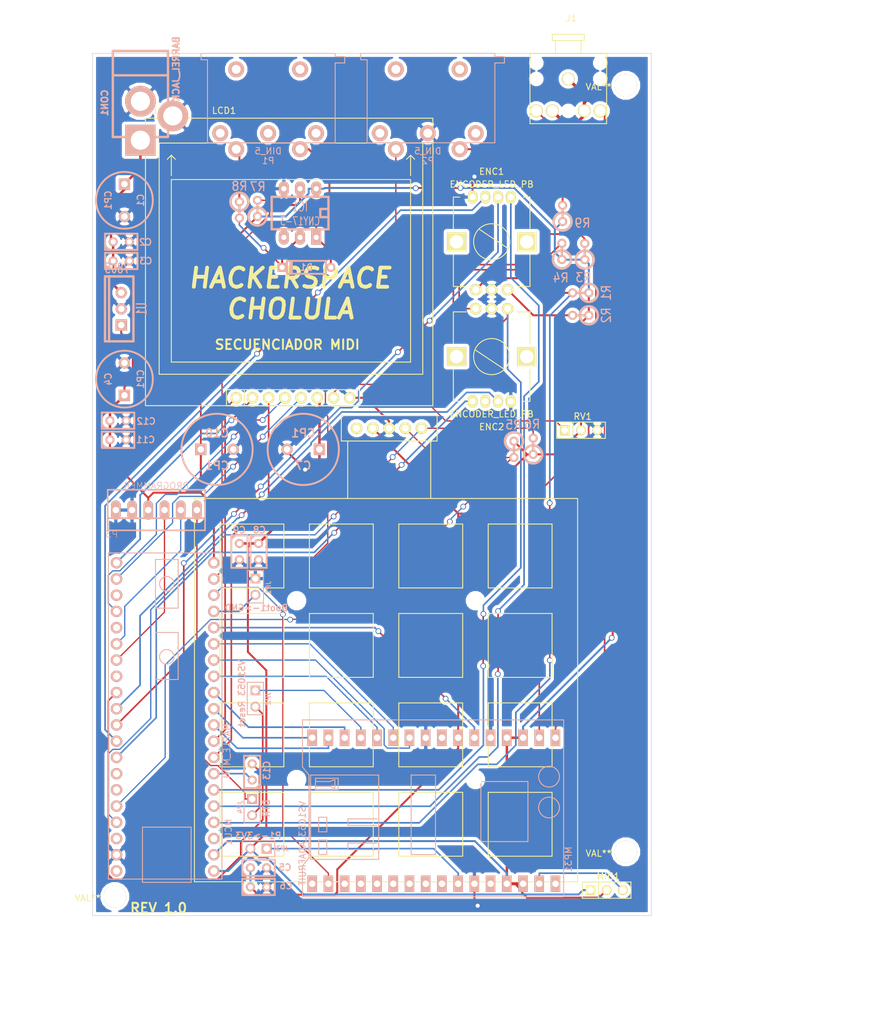
<source format=kicad_pcb>
(kicad_pcb (version 3) (host pcbnew "(2013-07-07 BZR 4022)-stable")
  (title_block (title "Drum Machine") (rev 1.0) (company "Hackerspace Cholula"))
  (layers (15 F.Cu signal) (0 B.Cu signal) (18 B.Paste user) (19 F.Paste user) (20 B.SilkS user) (21 F.SilkS user) (22 B.Mask user) (23 F.Mask user) (28 Edge.Cuts user))
  (net 0 "")
  (net 1 +3.3V)
  (net 2 +5V)
  (net 3 /Boot1)
  (net 4 /CS_3V3)
  (net 5 /DC_3V3)
  (net 6 /DISP_LED)
  (net 7 /ENC1_A)
  (net 8 /ENC1_B)
  (net 9 /ENC1_L1)
  (net 10 /ENC1_L2)
  (net 11 /ENC1_SW)
  (net 12 /ENC2_A)
  (net 13 /ENC2_B)
  (net 14 /ENC2_L1)
  (net 15 /ENC2_SW)
  (net 16 /LOUT)
  (net 17 /MIC+)
  (net 18 /MIDI_IN)
  (net 19 /MIDI_OUT)
  (net 20 /MOSI_3V3)
  (net 21 /PROG_DTR)
  (net 22 /PROG_RX)
  (net 23 /PROG_TX)
  (net 24 /ROUT)
  (net 25 /RST_3V3)
  (net 26 /SCL)
  (net 27 /SCLK_3V3)
  (net 28 /SDA)
  (net 29 /VS1053_CS)
  (net 30 /VS1053_DREQ)
  (net 31 /VS1053_MISO)
  (net 32 /VS1053_MOSI)
  (net 33 /VS1053_RST)
  (net 34 /VS1053_SCLK)
  (net 35 /VS1053_SDCS)
  (net 36 /VS1053_XDCS)
  (net 37 AGND)
  (net 38 GND)
  (net 39 N-0000024)
  (net 40 N-0000027)
  (net 41 N-0000028)
  (net 42 N-0000032)
  (net 43 N-0000033)
  (net 44 N-0000034)
  (net 45 N-0000039)
  (net 46 N-0000040)
  (net 47 VCC)
  (module TO220_VERT (layer B.Cu) (at 35.25 69.6 180)
    (fp_text reference U1 (at -3.175 0 450) (layer B.SilkS) (effects (font (size 1.524 1.016) (thickness 0.2032)) (justify mirror)))
    (fp_text value 7805 (at 0.635 6.35 180) (layer B.SilkS) (effects (font (size 1.524 1.016) (thickness 0.2032)) (justify mirror)))
    (pad VI thru_hole circle (at 0 2.54 180) (size 1.778 1.778) (drill 1.016) (layers *.Cu *.Mask B.SilkS) (net 47 VCC))
    (pad GND thru_hole circle (at 0 0 180) (size 1.778 1.778) (drill 1.016) (layers *.Cu *.Mask B.SilkS) (net 38 GND))
    (pad VO thru_hole rect (at 0 -2.54 180) (size 1.778 1.778) (drill 1.016) (layers *.Cu *.Mask B.SilkS) (net 2 +5V))
  )
  (module VS1030_Adafruit (layer B.Cu) (at 103.25 159.6 90)
    (fp_text reference MP31 (at 3.81 2.032 90) (layer B.SilkS) (effects (justify mirror)))
    (fp_text value VS1053_ADAFRUIT (at 6.35 -39.624 90) (layer B.SilkS) (effects (justify mirror)))
    (pad 1 thru_hole rect (at 0 0 90) (size 2.54 1.5) (drill 1.016) (layers *.Cu *.Mask B.SilkS))
    (pad 2 thru_hole rect (at 0 -2.54 90) (size 2.54 1.5) (drill 1.016) (layers *.Cu *.Mask B.SilkS) (net 17 /MIC+))
    (pad 3 thru_hole rect (at 0 -5.08 90) (size 2.54 1.5) (drill 1.016) (layers *.Cu *.Mask B.SilkS) (net 37 AGND))
    (pad 4 thru_hole rect (at 0 -7.62 90) (size 2.54 1.5) (drill 1.016) (layers *.Cu *.Mask B.SilkS) (net 37 AGND))
    (pad 5 thru_hole rect (at 0 -10.16 90) (size 2.54 1.5) (drill 1.016) (layers *.Cu *.Mask B.SilkS))
    (pad 6 thru_hole rect (at 0 -12.7 90) (size 2.54 1.5) (drill 1.016) (layers *.Cu *.Mask B.SilkS) (net 38 GND))
    (pad 7 thru_hole rect (at 0 -15.24 90) (size 2.54 1.5) (drill 1.016) (layers *.Cu *.Mask B.SilkS) (net 41 N-0000028))
    (pad 8 thru_hole rect (at 0 -17.78 90) (size 2.54 1.5) (drill 1.016) (layers *.Cu *.Mask B.SilkS))
    (pad 9 thru_hole rect (at 0 -20.32 90) (size 2.54 1.5) (drill 1.016) (layers *.Cu *.Mask B.SilkS))
    (pad 10 thru_hole rect (at 0 -22.86 90) (size 2.54 1.5) (drill 1.016) (layers *.Cu *.Mask B.SilkS))
    (pad 11 thru_hole rect (at 0 -25.4 90) (size 2.54 1.5) (drill 1.016) (layers *.Cu *.Mask B.SilkS))
    (pad 12 thru_hole rect (at 0 -27.94 90) (size 2.54 1.5) (drill 1.016) (layers *.Cu *.Mask B.SilkS))
    (pad 13 thru_hole rect (at 0 -30.48 90) (size 2.54 1.5) (drill 1.016) (layers *.Cu *.Mask B.SilkS))
    (pad 14 thru_hole rect (at 0 -33.02 90) (size 2.54 1.5) (drill 1.016) (layers *.Cu *.Mask B.SilkS))
    (pad 15 thru_hole rect (at 0 -35.56 90) (size 2.54 1.5) (drill 1.016) (layers *.Cu *.Mask B.SilkS) (net 19 /MIDI_OUT))
    (pad 16 thru_hole rect (at 0 -38.1 90) (size 2.54 1.5) (drill 1.016) (layers *.Cu *.Mask B.SilkS))
    (pad 17 thru_hole rect (at 22.86 -38.1 90) (size 2.54 1.5) (drill 1.016) (layers *.Cu *.Mask B.SilkS) (net 36 /VS1053_XDCS))
    (pad 18 thru_hole rect (at 22.86 -35.56 90) (size 2.54 1.5) (drill 1.016) (layers *.Cu *.Mask B.SilkS) (net 35 /VS1053_SDCS))
    (pad 19 thru_hole rect (at 22.86 -33.02 90) (size 2.54 1.5) (drill 1.016) (layers *.Cu *.Mask B.SilkS) (net 29 /VS1053_CS))
    (pad 20 thru_hole rect (at 22.86 -30.48 90) (size 2.54 1.5) (drill 1.016) (layers *.Cu *.Mask B.SilkS) (net 33 /VS1053_RST))
    (pad 21 thru_hole rect (at 22.86 -27.94 90) (size 2.54 1.5) (drill 1.016) (layers *.Cu *.Mask B.SilkS) (net 34 /VS1053_SCLK))
    (pad 22 thru_hole rect (at 22.86 -25.4 90) (size 2.54 1.5) (drill 1.016) (layers *.Cu *.Mask B.SilkS) (net 32 /VS1053_MOSI))
    (pad 23 thru_hole rect (at 22.86 -22.86 90) (size 2.54 1.5) (drill 1.016) (layers *.Cu *.Mask B.SilkS) (net 31 /VS1053_MISO))
    (pad 24 thru_hole rect (at 22.86 -20.32 90) (size 2.54 1.5) (drill 1.016) (layers *.Cu *.Mask B.SilkS) (net 38 GND))
    (pad 25 thru_hole rect (at 22.86 -17.78 90) (size 2.54 1.5) (drill 1.016) (layers *.Cu *.Mask B.SilkS))
    (pad 26 thru_hole rect (at 22.86 -15.24 90) (size 2.54 1.5) (drill 1.016) (layers *.Cu *.Mask B.SilkS) (net 2 +5V))
    (pad 27 thru_hole rect (at 22.86 -12.7 90) (size 2.54 1.5) (drill 1.016) (layers *.Cu *.Mask B.SilkS) (net 30 /VS1053_DREQ))
    (pad 28 thru_hole rect (at 22.86 -10.16 90) (size 2.54 1.5) (drill 1.016) (layers *.Cu *.Mask B.SilkS) (net 38 GND))
    (pad 29 thru_hole rect (at 22.86 -7.62 90) (size 2.54 1.5) (drill 1.016) (layers *.Cu *.Mask B.SilkS) (net 37 AGND))
    (pad 30 thru_hole rect (at 22.86 -5.08 90) (size 2.54 1.5) (drill 1.016) (layers *.Cu *.Mask B.SilkS) (net 37 AGND))
    (pad 31 thru_hole rect (at 22.86 -2.54 90) (size 2.54 1.5) (drill 1.016) (layers *.Cu *.Mask B.SilkS) (net 16 /LOUT))
    (pad 32 thru_hole rect (at 22.86 0 90) (size 2.54 1.5) (drill 1.016) (layers *.Cu *.Mask B.SilkS) (net 24 /ROUT))
  )
  (module SPARKFUN_ROTARY_ENCODER (layer F.Cu) (at 93.247 84.071 180)
    (fp_text reference ENC2 (at 0 -4 180) (layer F.SilkS))
    (fp_text value ENCODER_LED_PB (at 0 -2 180) (layer F.SilkS))
    (pad 3 thru_hole oval (at 1 0 180) (size 1.5 2) (drill 1) (layers *.Cu *.Mask F.SilkS))
    (pad 2 thru_hole oval (at -1 0 180) (size 1.5 2) (drill 1) (layers *.Cu *.Mask F.SilkS) (net 14 /ENC2_L1))
    (pad 1 thru_hole oval (at -3 0 180) (size 1.5 2) (drill 1) (layers *.Cu *.Mask F.SilkS) (net 38 GND))
    (pad 4 thru_hole oval (at 3 0 180) (size 1.5 2) (drill 1) (layers *.Cu *.Mask F.SilkS) (net 15 /ENC2_SW))
    (pad 6 thru_hole circle (at 0 14.5 180) (size 1.8 1.8) (drill 1.1) (layers *.Cu *.Mask F.SilkS) (net 38 GND))
    (pad 5 thru_hole circle (at -2.5 14.5 180) (size 1.8 1.8) (drill 1.1) (layers *.Cu *.Mask F.SilkS) (net 12 /ENC2_A))
    (pad 7 thru_hole circle (at 2.5 14.5 180) (size 1.8 1.8) (drill 1.1) (layers *.Cu *.Mask F.SilkS) (net 13 /ENC2_B))
    (pad "" np_thru_hole rect (at -5.5 7 180) (size 3 3) (drill 2.1) (layers *.Cu *.Mask F.SilkS))
    (pad "" np_thru_hole rect (at 5.5 7 180) (size 3 3) (drill 2.1) (layers *.Cu *.Mask F.SilkS))
  )
  (module SPARKFUN_ROTARY_ENCODER (layer F.Cu) (at 93.25 52.1)
    (fp_text reference ENC1 (at 0 -4) (layer F.SilkS))
    (fp_text value ENCODER_LED_PB (at 0 -2) (layer F.SilkS))
    (pad 3 thru_hole oval (at 1 0) (size 1.5 2) (drill 1) (layers *.Cu *.Mask F.SilkS) (net 10 /ENC1_L2))
    (pad 2 thru_hole oval (at -1 0) (size 1.5 2) (drill 1) (layers *.Cu *.Mask F.SilkS) (net 9 /ENC1_L1))
    (pad 1 thru_hole oval (at -3 0) (size 1.5 2) (drill 1) (layers *.Cu *.Mask F.SilkS) (net 38 GND))
    (pad 4 thru_hole oval (at 3 0) (size 1.5 2) (drill 1) (layers *.Cu *.Mask F.SilkS) (net 11 /ENC1_SW))
    (pad 6 thru_hole circle (at 0 14.5) (size 1.8 1.8) (drill 1.1) (layers *.Cu *.Mask F.SilkS) (net 38 GND))
    (pad 5 thru_hole circle (at -2.5 14.5) (size 1.8 1.8) (drill 1.1) (layers *.Cu *.Mask F.SilkS) (net 7 /ENC1_A))
    (pad 7 thru_hole circle (at 2.5 14.5) (size 1.8 1.8) (drill 1.1) (layers *.Cu *.Mask F.SilkS) (net 8 /ENC1_B))
    (pad "" np_thru_hole rect (at -5.5 7) (size 3 3) (drill 2.1) (layers *.Cu *.Mask F.SilkS))
    (pad "" np_thru_hole rect (at 5.5 7) (size 3 3) (drill 2.1) (layers *.Cu *.Mask F.SilkS))
  )
  (module R1 (layer B.Cu) (at 99.749 91.107 90)
    (fp_text reference R6 (at 3.4542 -0.1522 180) (layer B.SilkS) (effects (font (size 1.397 1.27) (thickness 0.2032)) (justify mirror)))
    (fp_text value 10k hide)
    (pad 1 thru_hole circle (at -1.27 0 90) (size 1.397 1.397) (drill 0.8128) (layers *.Cu *.Mask B.SilkS) (net 2 +5V))
    (pad 2 thru_hole circle (at 1.27 0 90) (size 1.397 1.397) (drill 0.8128) (layers *.Cu *.Mask B.SilkS) (net 28 /SDA))
  )
  (module R1 (layer B.Cu) (at 96.739 91.59 270)
    (fp_text reference R5 (at -3.8356 0.0886 360) (layer B.SilkS) (effects (font (size 1.397 1.27) (thickness 0.2032)) (justify mirror)))
    (fp_text value 10k hide)
    (pad 1 thru_hole circle (at -1.27 0 270) (size 1.397 1.397) (drill 0.8128) (layers *.Cu *.Mask B.SilkS) (net 2 +5V))
    (pad 2 thru_hole circle (at 1.27 0 270) (size 1.397 1.397) (drill 0.8128) (layers *.Cu *.Mask B.SilkS) (net 26 /SCL))
  )
  (module R1 (layer B.Cu) (at 104.359 54.658 90)
    (fp_text reference R9 (at -1.5113 3.1115 360) (layer B.SilkS) (effects (font (size 1.397 1.27) (thickness 0.2032)) (justify mirror)))
    (fp_text value R hide)
    (pad 1 thru_hole circle (at -1.27 0 90) (size 1.397 1.397) (drill 0.8128) (layers *.Cu *.Mask B.SilkS) (net 2 +5V))
    (pad 2 thru_hole circle (at 1.27 0 90) (size 1.397 1.397) (drill 0.8128) (layers *.Cu *.Mask B.SilkS) (net 40 N-0000027))
  )
  (module R1 (layer B.Cu) (at 104.25 60.6 90)
    (fp_text reference R4 (at -4.142 -0.1828 360) (layer B.SilkS) (effects (font (size 1.397 1.27) (thickness 0.2032)) (justify mirror)))
    (fp_text value 10k hide)
    (pad 1 thru_hole circle (at -1.27 0 90) (size 1.397 1.397) (drill 0.8128) (layers *.Cu *.Mask B.SilkS) (net 2 +5V))
    (pad 2 thru_hole circle (at 1.27 0 90) (size 1.397 1.397) (drill 0.8128) (layers *.Cu *.Mask B.SilkS) (net 13 /ENC2_B))
  )
  (module R1 (layer B.Cu) (at 53.75 54.1 270)
    (fp_text reference R8 (at -3.709 -0.0125 360) (layer B.SilkS) (effects (font (size 1.397 1.27) (thickness 0.2032)) (justify mirror)))
    (fp_text value R hide)
    (pad 1 thru_hole circle (at -1.27 0 270) (size 1.397 1.397) (drill 0.8128) (layers *.Cu *.Mask B.SilkS) (net 44 N-0000034))
    (pad 2 thru_hole circle (at 1.27 0 270) (size 1.397 1.397) (drill 0.8128) (layers *.Cu *.Mask B.SilkS) (net 43 N-0000033))
  )
  (module R1 (layer B.Cu) (at 107.826 60.627 90)
    (fp_text reference R3 (at -4.0642 -0.2028 360) (layer B.SilkS) (effects (font (size 1.397 1.27) (thickness 0.2032)) (justify mirror)))
    (fp_text value 10k hide)
    (pad 1 thru_hole circle (at -1.27 0 90) (size 1.397 1.397) (drill 0.8128) (layers *.Cu *.Mask B.SilkS) (net 2 +5V))
    (pad 2 thru_hole circle (at 1.27 0 90) (size 1.397 1.397) (drill 0.8128) (layers *.Cu *.Mask B.SilkS) (net 12 /ENC2_A))
  )
  (module R1 (layer B.Cu) (at 56.582 53.871 90)
    (fp_text reference R7 (at 3.4038 0.038 360) (layer B.SilkS) (effects (font (size 1.397 1.27) (thickness 0.2032)) (justify mirror)))
    (fp_text value R hide)
    (pad 1 thru_hole circle (at -1.27 0 90) (size 1.397 1.397) (drill 0.8128) (layers *.Cu *.Mask B.SilkS) (net 2 +5V))
    (pad 2 thru_hole circle (at 1.27 0 90) (size 1.397 1.397) (drill 0.8128) (layers *.Cu *.Mask B.SilkS) (net 18 /MIDI_IN))
  )
  (module R1 (layer B.Cu) (at 107.191 70.609 180)
    (fp_text reference R2 (at -4 0 450) (layer B.SilkS) (effects (font (size 1.397 1.27) (thickness 0.2032)) (justify mirror)))
    (fp_text value 10k hide)
    (pad 1 thru_hole circle (at -1.27 0 180) (size 1.397 1.397) (drill 0.8128) (layers *.Cu *.Mask B.SilkS) (net 2 +5V))
    (pad 2 thru_hole circle (at 1.27 0 180) (size 1.397 1.397) (drill 0.8128) (layers *.Cu *.Mask B.SilkS) (net 8 /ENC1_B))
  )
  (module R1 (layer B.Cu) (at 107.191 67.092 180)
    (fp_text reference R1 (at -4 0 450) (layer B.SilkS) (effects (font (size 1.397 1.27) (thickness 0.2032)) (justify mirror)))
    (fp_text value 10k hide)
    (pad 1 thru_hole circle (at -1.27 0 180) (size 1.397 1.397) (drill 0.8128) (layers *.Cu *.Mask B.SilkS) (net 2 +5V))
    (pad 2 thru_hole circle (at 1.27 0 180) (size 1.397 1.397) (drill 0.8128) (layers *.Cu *.Mask B.SilkS) (net 7 /ENC1_A))
  )
  (module PIN_ARRAY_3X1 (layer F.Cu) (at 107.25 88.6)
    (fp_text reference RV1 (at 0.254 -2.159) (layer F.SilkS) (effects (font (size 1.016 1.016) (thickness 0.1524))))
    (fp_text value POT hide)
    (pad 1 thru_hole rect (at -2.54 0) (size 1.524 1.524) (drill 1.016) (layers *.Cu *.Mask F.SilkS) (net 6 /DISP_LED))
    (pad 2 thru_hole circle (at 0 0) (size 1.524 1.524) (drill 1.016) (layers *.Cu *.Mask F.SilkS) (net 2 +5V))
    (pad 3 thru_hole circle (at 2.54 0) (size 1.524 1.524) (drill 1.016) (layers *.Cu *.Mask F.SilkS) (net 38 GND))
  )
  (module PIN_ARRAY_3X1 (layer F.Cu) (at 111.25 160.6)
    (fp_text reference MIC1 (at 0.254 -2.159) (layer F.SilkS) (effects (font (size 1.016 1.016) (thickness 0.1524))))
    (fp_text value MIC hide)
    (pad 1 thru_hole rect (at -2.54 0) (size 1.524 1.524) (drill 1.016) (layers *.Cu *.Mask F.SilkS) (net 1 +3.3V))
    (pad 2 thru_hole circle (at 0 0) (size 1.524 1.524) (drill 1.016) (layers *.Cu *.Mask F.SilkS) (net 37 AGND))
    (pad 3 thru_hole circle (at 2.54 0) (size 1.524 1.524) (drill 1.016) (layers *.Cu *.Mask F.SilkS) (net 17 /MIC+))
  )
  (module PIN_ARRAY_2X1 (layer B.Cu) (at 56.75 154.1 180)
    (fp_text reference JP3 (at -3.7308 0.0008 180) (layer B.SilkS) (effects (font (size 0.762 0.762) (thickness 0.1524)) (justify mirror)))
    (fp_text value JUMPER hide)
    (pad 1 thru_hole rect (at -1.27 0 180) (size 1.524 1.524) (drill 1.016) (layers *.Cu *.Mask B.SilkS) (net 41 N-0000028))
    (pad 2 thru_hole circle (at 1.27 0 180) (size 1.524 1.524) (drill 1.016) (layers *.Cu *.Mask B.SilkS) (net 1 +3.3V))
  )
  (module PIN_ARRAY_2X1 (layer B.Cu) (at 56.25 113.1 270)
    (fp_text reference JP1 (at 0.156 -2.0464 270) (layer B.SilkS) (effects (font (size 0.762 0.762) (thickness 0.1524)) (justify mirror)))
    (fp_text value JUMPER hide)
    (pad 1 thru_hole rect (at -1.27 0 270) (size 1.524 1.524) (drill 1.016) (layers *.Cu *.Mask B.SilkS) (net 38 GND))
    (pad 2 thru_hole circle (at 1.27 0 270) (size 1.524 1.524) (drill 1.016) (layers *.Cu *.Mask B.SilkS) (net 3 /Boot1))
  )
  (module PIN_ARRAY_2X1 (layer B.Cu) (at 56.25 130.6 270)
    (fp_text reference JP2 (at 0.0296 -1.9956 270) (layer B.SilkS) (effects (font (size 0.762 0.762) (thickness 0.1524)) (justify mirror)))
    (fp_text value JUMPER hide)
    (pad 1 thru_hole rect (at -1.27 0 270) (size 1.524 1.524) (drill 1.016) (layers *.Cu *.Mask B.SilkS) (net 33 /VS1053_RST))
    (pad 2 thru_hole circle (at 1.27 0 270) (size 1.524 1.524) (drill 1.016) (layers *.Cu *.Mask B.SilkS) (net 39 N-0000024))
  )
  (module DIP-6__300_ELL (layer B.Cu) (at 63.25 54.6 180)
    (fp_text reference IC1 (at 0 1.016 180) (layer B.SilkS) (effects (font (size 1.524 1.016) (thickness 0.1524)) (justify mirror)))
    (fp_text value CNY17-3 (at 0 -1.27 180) (layer B.SilkS) (effects (font (size 1.27 0.889) (thickness 0.1524)) (justify mirror)))
    (pad 1 thru_hole rect (at -2.54 -3.81 180) (size 1.5748 2.286) (drill 0.8128) (layers *.Cu *.Mask B.SilkS) (net 42 N-0000032))
    (pad 2 thru_hole oval (at 0 -3.81 180) (size 1.5748 2.286) (drill 0.8128) (layers *.Cu *.Mask B.SilkS) (net 43 N-0000033))
    (pad 3 thru_hole oval (at 2.54 -3.81 180) (size 1.5748 2.286) (drill 0.8128) (layers *.Cu *.Mask B.SilkS))
    (pad 4 thru_hole oval (at 2.54 3.81 180) (size 1.5748 2.286) (drill 0.8128) (layers *.Cu *.Mask B.SilkS) (net 38 GND))
    (pad 5 thru_hole oval (at 0 3.81 180) (size 1.5748 2.286) (drill 0.8128) (layers *.Cu *.Mask B.SilkS) (net 18 /MIDI_IN))
    (pad 6 thru_hole oval (at -2.54 3.81 180) (size 1.5748 2.286) (drill 0.8128) (layers *.Cu *.Mask B.SilkS) (net 2 +5V))
  )
  (module D3 (layer B.Cu) (at 64.25 63.1 180)
    (fp_text reference D1 (at 0 0 180) (layer B.SilkS) (effects (font (size 1.016 1.016) (thickness 0.2032)) (justify mirror)))
    (fp_text value DIODE hide)
    (pad 2 thru_hole rect (at 3.81 0 180) (size 1.397 1.397) (drill 0.8128) (layers *.Cu *.Mask B.SilkS) (net 43 N-0000033))
    (pad 1 thru_hole circle (at -3.81 0 180) (size 1.397 1.397) (drill 0.8128) (layers *.Cu *.Mask B.SilkS) (net 42 N-0000032))
  )
  (module C2V8 (layer B.Cu) (at 35.75 52.6 270)
    (fp_text reference C1 (at 0 -2.54 270) (layer B.SilkS) (effects (font (size 1.016 1.016) (thickness 0.2032)) (justify mirror)))
    (fp_text value CP1 (at 0 2.54 270) (layer B.SilkS) (effects (font (size 1.016 1.016) (thickness 0.2032)) (justify mirror)))
    (pad 1 thru_hole rect (at -2.54 0 270) (size 1.778 1.778) (drill 1.016) (layers *.Cu *.Mask B.SilkS) (net 47 VCC))
    (pad 2 thru_hole circle (at 2.54 0 270) (size 1.778 1.778) (drill 1.016) (layers *.Cu *.Mask B.SilkS) (net 38 GND))
  )
  (module C2V8 (layer B.Cu) (at 35.75 80.6 90)
    (fp_text reference C4 (at 0 -2.54 90) (layer B.SilkS) (effects (font (size 1.016 1.016) (thickness 0.2032)) (justify mirror)))
    (fp_text value CP1 (at 0 2.54 90) (layer B.SilkS) (effects (font (size 1.016 1.016) (thickness 0.2032)) (justify mirror)))
    (pad 1 thru_hole rect (at -2.54 0 90) (size 1.778 1.778) (drill 1.016) (layers *.Cu *.Mask B.SilkS) (net 2 +5V))
    (pad 2 thru_hole circle (at 2.54 0 90) (size 1.778 1.778) (drill 1.016) (layers *.Cu *.Mask B.SilkS) (net 38 GND))
  )
  (module C2V10 (layer B.Cu) (at 63.75 91.6 180)
    (fp_text reference C7 (at 0 -2.54 180) (layer B.SilkS) (effects (font (size 1.27 1.27) (thickness 0.254)) (justify mirror)))
    (fp_text value CP1 (at 0 2.54 180) (layer B.SilkS) (effects (font (size 1.27 1.27) (thickness 0.254)) (justify mirror)))
    (pad 1 thru_hole rect (at -2.54 0 180) (size 1.778 1.778) (drill 1.016) (layers *.Cu *.Mask B.SilkS) (net 1 +3.3V))
    (pad 2 thru_hole circle (at 2.54 0 180) (size 1.778 1.778) (drill 1.016) (layers *.Cu *.Mask B.SilkS) (net 38 GND))
  )
  (module C2V10 (layer B.Cu) (at 50.25 91.6)
    (fp_text reference C10 (at 0 -2.54) (layer B.SilkS) (effects (font (size 1.27 1.27) (thickness 0.254)) (justify mirror)))
    (fp_text value CP1 (at 0 2.54) (layer B.SilkS) (effects (font (size 1.27 1.27) (thickness 0.254)) (justify mirror)))
    (pad 1 thru_hole rect (at -2.54 0) (size 1.778 1.778) (drill 1.016) (layers *.Cu *.Mask B.SilkS) (net 2 +5V))
    (pad 2 thru_hole circle (at 2.54 0) (size 1.778 1.778) (drill 1.016) (layers *.Cu *.Mask B.SilkS) (net 38 GND))
  )
  (module C1 (layer B.Cu) (at 53.75 107.6 270)
    (fp_text reference C9 (at -3.3864 0.0256 360) (layer B.SilkS) (effects (font (size 1.016 1.016) (thickness 0.2032)) (justify mirror)))
    (fp_text value C hide)
    (pad 1 thru_hole circle (at -1.27 0 270) (size 1.397 1.397) (drill 0.8128) (layers *.Cu *.Mask B.SilkS) (net 1 +3.3V))
    (pad 2 thru_hole circle (at 1.27 0 270) (size 1.397 1.397) (drill 0.8128) (layers *.Cu *.Mask B.SilkS) (net 38 GND))
  )
  (module C1 (layer B.Cu) (at 56.75 107.6 270)
    (fp_text reference C8 (at -3.3864 -0.124 360) (layer B.SilkS) (effects (font (size 1.016 1.016) (thickness 0.2032)) (justify mirror)))
    (fp_text value C hide)
    (pad 1 thru_hole circle (at -1.27 0 270) (size 1.397 1.397) (drill 0.8128) (layers *.Cu *.Mask B.SilkS) (net 1 +3.3V))
    (pad 2 thru_hole circle (at 1.27 0 270) (size 1.397 1.397) (drill 0.8128) (layers *.Cu *.Mask B.SilkS) (net 38 GND))
  )
  (module C1 (layer B.Cu) (at 56.75 160.1)
    (fp_text reference C6 (at 4.2896 -0.1588) (layer B.SilkS) (effects (font (size 1.016 1.016) (thickness 0.2032)) (justify mirror)))
    (fp_text value C hide)
    (pad 1 thru_hole circle (at -1.27 0) (size 1.397 1.397) (drill 0.8128) (layers *.Cu *.Mask B.SilkS) (net 2 +5V))
    (pad 2 thru_hole circle (at 1.27 0) (size 1.397 1.397) (drill 0.8128) (layers *.Cu *.Mask B.SilkS) (net 38 GND))
  )
  (module C1 (layer B.Cu) (at 56.75 157.1)
    (fp_text reference C5 (at 4.1372 -0.0544) (layer B.SilkS) (effects (font (size 1.016 1.016) (thickness 0.2032)) (justify mirror)))
    (fp_text value C hide)
    (pad 1 thru_hole circle (at -1.27 0) (size 1.397 1.397) (drill 0.8128) (layers *.Cu *.Mask B.SilkS) (net 2 +5V))
    (pad 2 thru_hole circle (at 1.27 0) (size 1.397 1.397) (drill 0.8128) (layers *.Cu *.Mask B.SilkS) (net 38 GND))
  )
  (module C1 (layer B.Cu) (at 34.75 87.1)
    (fp_text reference C12 (at 4.3948 0.0956) (layer B.SilkS) (effects (font (size 1.016 1.016) (thickness 0.2032)) (justify mirror)))
    (fp_text value C hide)
    (pad 1 thru_hole circle (at -1.27 0) (size 1.397 1.397) (drill 0.8128) (layers *.Cu *.Mask B.SilkS) (net 2 +5V))
    (pad 2 thru_hole circle (at 1.27 0) (size 1.397 1.397) (drill 0.8128) (layers *.Cu *.Mask B.SilkS) (net 38 GND))
  )
  (module C1 (layer B.Cu) (at 34.75 90.1)
    (fp_text reference C11 (at 4.2932 -0.0088) (layer B.SilkS) (effects (font (size 1.016 1.016) (thickness 0.2032)) (justify mirror)))
    (fp_text value C hide)
    (pad 1 thru_hole circle (at -1.27 0) (size 1.397 1.397) (drill 0.8128) (layers *.Cu *.Mask B.SilkS) (net 2 +5V))
    (pad 2 thru_hole circle (at 1.27 0) (size 1.397 1.397) (drill 0.8128) (layers *.Cu *.Mask B.SilkS) (net 38 GND))
  )
  (module C1 (layer B.Cu) (at 35.25 62.1)
    (fp_text reference C3 (at 3.844 0.0004) (layer B.SilkS) (effects (font (size 1.016 1.016) (thickness 0.2032)) (justify mirror)))
    (fp_text value C hide)
    (pad 1 thru_hole circle (at -1.27 0) (size 1.397 1.397) (drill 0.8128) (layers *.Cu *.Mask B.SilkS) (net 47 VCC))
    (pad 2 thru_hole circle (at 1.27 0) (size 1.397 1.397) (drill 0.8128) (layers *.Cu *.Mask B.SilkS) (net 38 GND))
  )
  (module C1 (layer B.Cu) (at 35.25 59.1)
    (fp_text reference C2 (at 3.7932 0.054) (layer B.SilkS) (effects (font (size 1.016 1.016) (thickness 0.2032)) (justify mirror)))
    (fp_text value C hide)
    (pad 1 thru_hole circle (at -1.27 0) (size 1.397 1.397) (drill 0.8128) (layers *.Cu *.Mask B.SilkS) (net 47 VCC))
    (pad 2 thru_hole circle (at 1.27 0) (size 1.397 1.397) (drill 0.8128) (layers *.Cu *.Mask B.SilkS) (net 38 GND))
  )
  (module Leaf_maple_mini (layer B.Cu) (at 49.75 157.6 90)
    (fp_text reference MCU1 (at 6.096 2.286 90) (layer B.SilkS) (effects (justify mirror)))
    (fp_text value MAPLE_MINI (at 18.796 2.032 90) (layer B.SilkS) (effects (justify mirror)))
    (pad 1 thru_hole circle (at 0 0 90) (size 1.8 1.8) (drill 1.1) (layers *.Cu *.Mask B.SilkS) (net 1 +3.3V))
    (pad 2 thru_hole circle (at 2.54 0 90) (size 1.8 1.8) (drill 1.1) (layers *.Cu *.Mask B.SilkS) (net 37 AGND))
    (pad 3 thru_hole circle (at 5.08 0 90) (size 1.8 1.8) (drill 1.1) (layers *.Cu *.Mask B.SilkS))
    (pad 4 thru_hole circle (at 7.62 0 90) (size 1.8 1.8) (drill 1.1) (layers *.Cu *.Mask B.SilkS) (net 7 /ENC1_A))
    (pad 5 thru_hole circle (at 10.16 0 90) (size 1.8 1.8) (drill 1.1) (layers *.Cu *.Mask B.SilkS) (net 11 /ENC1_SW))
    (pad 6 thru_hole circle (at 12.7 0 90) (size 1.8 1.8) (drill 1.1) (layers *.Cu *.Mask B.SilkS) (net 12 /ENC2_A))
    (pad 7 thru_hole circle (at 15.24 0 90) (size 1.8 1.8) (drill 1.1) (layers *.Cu *.Mask B.SilkS) (net 45 N-0000039))
    (pad 8 thru_hole circle (at 17.78 0 90) (size 1.8 1.8) (drill 1.1) (layers *.Cu *.Mask B.SilkS) (net 5 /DC_3V3))
    (pad 9 thru_hole circle (at 20.32 0 90) (size 1.8 1.8) (drill 1.1) (layers *.Cu *.Mask B.SilkS) (net 25 /RST_3V3))
    (pad 10 thru_hole circle (at 22.86 0 90) (size 1.8 1.8) (drill 1.1) (layers *.Cu *.Mask B.SilkS) (net 35 /VS1053_SDCS))
    (pad 11 thru_hole circle (at 25.4 0 90) (size 1.8 1.8) (drill 1.1) (layers *.Cu *.Mask B.SilkS) (net 36 /VS1053_XDCS))
    (pad 12 thru_hole circle (at 27.94 0 90) (size 1.8 1.8) (drill 1.1) (layers *.Cu *.Mask B.SilkS) (net 29 /VS1053_CS))
    (pad 13 thru_hole circle (at 30.48 0 90) (size 1.8 1.8) (drill 1.1) (layers *.Cu *.Mask B.SilkS) (net 34 /VS1053_SCLK))
    (pad 14 thru_hole circle (at 33.02 0 90) (size 1.8 1.8) (drill 1.1) (layers *.Cu *.Mask B.SilkS) (net 31 /VS1053_MISO))
    (pad 15 thru_hole circle (at 35.56 0 90) (size 1.8 1.8) (drill 1.1) (layers *.Cu *.Mask B.SilkS) (net 32 /VS1053_MOSI))
    (pad 16 thru_hole circle (at 38.1 0 90) (size 1.8 1.8) (drill 1.1) (layers *.Cu *.Mask B.SilkS) (net 30 /VS1053_DREQ))
    (pad 17 thru_hole circle (at 40.64 0 90) (size 1.8 1.8) (drill 1.1) (layers *.Cu *.Mask B.SilkS) (net 3 /Boot1))
    (pad 18 thru_hole circle (at 43.18 0 90) (size 1.8 1.8) (drill 1.1) (layers *.Cu *.Mask B.SilkS) (net 19 /MIDI_OUT))
    (pad 19 thru_hole circle (at 45.72 0 90) (size 1.8 1.8) (drill 1.1) (layers *.Cu *.Mask B.SilkS) (net 18 /MIDI_IN))
    (pad 20 thru_hole circle (at 48.26 0 90) (size 1.8 1.8) (drill 1.1) (layers *.Cu *.Mask B.SilkS) (net 2 +5V))
    (pad 21 thru_hole circle (at 48.26 -15.24 90) (size 1.8 1.8) (drill 1.1) (layers *.Cu *.Mask B.SilkS) (net 4 /CS_3V3))
    (pad 22 thru_hole circle (at 45.72 -15.24 90) (size 1.8 1.8) (drill 1.1) (layers *.Cu *.Mask B.SilkS) (net 27 /SCLK_3V3))
    (pad 23 thru_hole circle (at 43.18 -15.24 90) (size 1.8 1.8) (drill 1.1) (layers *.Cu *.Mask B.SilkS))
    (pad 24 thru_hole circle (at 40.64 -15.24 90) (size 1.8 1.8) (drill 1.1) (layers *.Cu *.Mask B.SilkS) (net 20 /MOSI_3V3))
    (pad 25 thru_hole circle (at 38.1 -15.24 90) (size 1.8 1.8) (drill 1.1) (layers *.Cu *.Mask B.SilkS))
    (pad 26 thru_hole circle (at 35.56 -15.24 90) (size 1.8 1.8) (drill 1.1) (layers *.Cu *.Mask B.SilkS) (net 23 /PROG_TX))
    (pad 27 thru_hole circle (at 33.02 -15.24 90) (size 1.8 1.8) (drill 1.1) (layers *.Cu *.Mask B.SilkS) (net 22 /PROG_RX))
    (pad 28 thru_hole circle (at 30.48 -15.24 90) (size 1.8 1.8) (drill 1.1) (layers *.Cu *.Mask B.SilkS))
    (pad 29 thru_hole circle (at 27.94 -15.24 90) (size 1.8 1.8) (drill 1.1) (layers *.Cu *.Mask B.SilkS) (net 39 N-0000024))
    (pad 30 thru_hole circle (at 25.4 -15.24 90) (size 1.8 1.8) (drill 1.1) (layers *.Cu *.Mask B.SilkS) (net 14 /ENC2_L1))
    (pad 31 thru_hole circle (at 22.86 -15.24 90) (size 1.8 1.8) (drill 1.1) (layers *.Cu *.Mask B.SilkS) (net 10 /ENC1_L2))
    (pad 32 thru_hole circle (at 20.32 -15.24 90) (size 1.8 1.8) (drill 1.1) (layers *.Cu *.Mask B.SilkS) (net 9 /ENC1_L1))
    (pad 33 thru_hole circle (at 17.78 -15.24 90) (size 1.8 1.8) (drill 1.1) (layers *.Cu *.Mask B.SilkS) (net 15 /ENC2_SW))
    (pad 34 thru_hole circle (at 15.24 -15.24 90) (size 1.8 1.8) (drill 1.1) (layers *.Cu *.Mask B.SilkS))
    (pad 35 thru_hole circle (at 12.7 -15.24 90) (size 1.8 1.8) (drill 1.1) (layers *.Cu *.Mask B.SilkS))
    (pad 36 thru_hole circle (at 10.16 -15.24 90) (size 1.8 1.8) (drill 1.1) (layers *.Cu *.Mask B.SilkS) (net 26 /SCL))
    (pad 37 thru_hole circle (at 7.62 -15.24 90) (size 1.8 1.8) (drill 1.1) (layers *.Cu *.Mask B.SilkS) (net 28 /SDA))
    (pad 38 thru_hole circle (at 5.08 -15.24 90) (size 1.8 1.8) (drill 1.1) (layers *.Cu *.Mask B.SilkS))
    (pad 39 thru_hole circle (at 2.54 -15.24 90) (size 1.8 1.8) (drill 1.1) (layers *.Cu *.Mask B.SilkS) (net 38 GND))
    (pad 40 thru_hole circle (at 0 -15.24 90) (size 1.8 1.8) (drill 1.1) (layers *.Cu *.Mask B.SilkS))
  )
  (module Nokia5110_LCD_2 (layer F.Cu) (at 53.25 41.1)
    (fp_text reference LCD1 (at -1.905 -2.54) (layer F.SilkS))
    (fp_text value 5110 (at -11.43 -2.54) (layer F.SilkS))
    (pad 1 thru_hole circle (at 0 42.418) (size 1.8 1.8) (drill 1.1) (layers *.Cu *.Mask F.SilkS) (net 25 /RST_3V3))
    (pad 2 thru_hole circle (at 2.54 42.418) (size 1.8 1.8) (drill 1.1) (layers *.Cu *.Mask F.SilkS) (net 4 /CS_3V3))
    (pad 3 thru_hole circle (at 5.08 42.418) (size 1.8 1.8) (drill 1.1) (layers *.Cu *.Mask F.SilkS) (net 5 /DC_3V3))
    (pad 4 thru_hole circle (at 7.62 42.418) (size 1.8 1.8) (drill 1.1) (layers *.Cu *.Mask F.SilkS) (net 20 /MOSI_3V3))
    (pad 5 thru_hole circle (at 10.16 42.418) (size 1.8 1.8) (drill 1.1) (layers *.Cu *.Mask F.SilkS) (net 27 /SCLK_3V3))
    (pad 6 thru_hole circle (at 12.7 42.418) (size 1.8 1.8) (drill 1.1) (layers *.Cu *.Mask F.SilkS) (net 1 +3.3V))
    (pad 7 thru_hole circle (at 15.24 42.418) (size 1.8 1.8) (drill 1.1) (layers *.Cu *.Mask F.SilkS) (net 6 /DISP_LED))
    (pad 8 thru_hole circle (at 17.78 42.418) (size 1.8 1.8) (drill 1.1) (layers *.Cu *.Mask F.SilkS) (net 38 GND))
  )
  (module MIDI_CONN (layer B.Cu) (at 58.25 42.1)
    (fp_text reference P1 (at 0 4.318) (layer B.SilkS) (effects (justify mirror)))
    (fp_text value DIN_5 (at 0 2.794) (layer B.SilkS) (effects (justify mirror)))
    (pad 3 thru_hole circle (at 0 0) (size 2.5 2.5) (drill 1.4) (layers *.Cu *.Mask B.SilkS))
    (pad 1 thru_hole circle (at 7.5 0) (size 2.5 2.5) (drill 1.4) (layers *.Cu *.Mask B.SilkS))
    (pad 5 thru_hole circle (at -7.5 0) (size 2.5 2.5) (drill 1.4) (layers *.Cu *.Mask B.SilkS))
    (pad "" np_thru_hole circle (at -5 -10) (size 2.5 2.5) (drill 1.4) (layers *.Cu *.Mask B.SilkS))
    (pad "" np_thru_hole circle (at 5 -10) (size 2.5 2.5) (drill 1.4) (layers *.Cu *.Mask B.SilkS))
    (pad 4 thru_hole circle (at -5 2.5) (size 2.5 2.5) (drill 1.4) (layers *.Cu *.Mask B.SilkS) (net 44 N-0000034))
    (pad 2 thru_hole circle (at 5 2.5) (size 2.5 2.5) (drill 1.4) (layers *.Cu *.Mask B.SilkS) (net 42 N-0000032))
  )
  (module MIDI_CONN (layer B.Cu) (at 83.25 42.1)
    (fp_text reference P2 (at 0 4.318) (layer B.SilkS) (effects (justify mirror)))
    (fp_text value DIN_5 (at 0 2.794) (layer B.SilkS) (effects (justify mirror)))
    (pad 3 thru_hole circle (at 0 0) (size 2.5 2.5) (drill 1.4) (layers *.Cu *.Mask B.SilkS) (net 38 GND))
    (pad 1 thru_hole circle (at 7.5 0) (size 2.5 2.5) (drill 1.4) (layers *.Cu *.Mask B.SilkS))
    (pad 5 thru_hole circle (at -7.5 0) (size 2.5 2.5) (drill 1.4) (layers *.Cu *.Mask B.SilkS))
    (pad "" np_thru_hole circle (at -5 -10) (size 2.5 2.5) (drill 1.4) (layers *.Cu *.Mask B.SilkS))
    (pad "" np_thru_hole circle (at 5 -10) (size 2.5 2.5) (drill 1.4) (layers *.Cu *.Mask B.SilkS))
    (pad 4 thru_hole circle (at -5 2.5) (size 2.5 2.5) (drill 1.4) (layers *.Cu *.Mask B.SilkS) (net 19 /MIDI_OUT))
    (pad 2 thru_hole circle (at 5 2.5) (size 2.5 2.5) (drill 1.4) (layers *.Cu *.Mask B.SilkS) (net 40 N-0000027))
  )
  (module JACK_ALIM (layer B.Cu) (at 38.25 37.1 270)
    (fp_text reference CON1 (at 0.254 5.588 270) (layer B.SilkS) (effects (font (size 1.016 1.016) (thickness 0.254)) (justify mirror)))
    (fp_text value BARREL_JACK (at -5.08 -5.588 270) (layer B.SilkS) (effects (font (size 1.016 1.016) (thickness 0.254)) (justify mirror)))
    (pad 2 thru_hole circle (at 0 0 270) (size 4.8006 4.8006) (drill 3) (layers *.Cu *.Mask B.SilkS) (net 38 GND))
    (pad 1 thru_hole rect (at 6.096 0 270) (size 4.8006 4.8006) (drill 3) (layers *.Cu *.Mask B.SilkS) (net 47 VCC))
    (pad 3 thru_hole circle (at 2.286 -5.08 270) (size 4.8006 4.8006) (drill 3) (layers *.Cu *.Mask B.SilkS) (net 38 GND))
  )
  (module Jack_3.5mm_Stereo (layer F.Cu) (at 105.25 38.6)
    (fp_text reference J1 (at 0.5 -14.5) (layer F.SilkS))
    (fp_text value JACK_ST_2SW_PROPER hide)
    (pad T_SW thru_hole circle (at -2.5 0) (size 2 2) (drill 1.6) (layers *.Cu *.Mask F.SilkS) (net 37 AGND))
    (pad R_SW thru_hole circle (at 2.5 0) (size 2 2) (drill 1.6) (layers *.Cu *.Mask F.SilkS) (net 37 AGND))
    (pad T thru_hole circle (at -5 0) (size 2 2) (drill 1.6) (layers *.Cu *.Mask F.SilkS) (net 16 /LOUT))
    (pad R thru_hole circle (at 5 0) (size 2 2) (drill 1.6) (layers *.Cu *.Mask F.SilkS) (net 24 /ROUT))
    (pad S thru_hole circle (at 0 -5) (size 2 2) (drill 1.6) (layers *.Cu *.Mask F.SilkS) (net 37 AGND))
    (pad "" np_thru_hole circle (at -5 -5) (size 1.25 1.25) (drill 1.25) (layers *.Cu *.Mask F.SilkS))
    (pad "" np_thru_hole circle (at 5 -5) (size 1.25 1.25) (drill 1.25) (layers *.Cu *.Mask F.SilkS))
    (pad "" np_thru_hole circle (at -5 -7.5) (size 1.25 1.25) (drill 1.25) (layers *.Cu *.Mask F.SilkS))
    (pad "" np_thru_hole circle (at 5 -7.5) (size 1.25 1.25) (drill 1.25) (layers *.Cu *.Mask F.SilkS))
    (pad "" np_thru_hole circle (at 0 0) (size 1.25 1.25) (drill 1.25) (layers *.Cu *.Mask F.SilkS))
  )
  (module PINHEAD1-6 (layer B.Cu) (at 40.75 101.1)
    (fp_text reference P3 (at -6.985 3.81) (layer B.SilkS) (effects (font (size 1.016 1.016) (thickness 0.0889)) (justify mirror)))
    (fp_text value PROGRAMMER (at 0 -3.81) (layer B.SilkS) (effects (font (size 1.016 1.016) (thickness 0.0889)) (justify mirror)))
    (pad 1 thru_hole oval (at -6.35 0) (size 1.50622 3.01498) (drill 0.99822) (layers *.Cu *.Mask B.Paste B.SilkS) (net 38 GND))
    (pad 2 thru_hole oval (at -3.81 0) (size 1.50622 3.01498) (drill 0.99822) (layers *.Cu *.Mask B.Paste B.SilkS) (net 38 GND))
    (pad 3 thru_hole oval (at -1.27 0) (size 1.50622 3.01498) (drill 0.99822) (layers *.Cu *.Mask B.Paste B.SilkS) (net 2 +5V))
    (pad 4 thru_hole oval (at 1.27 0) (size 1.50622 3.01498) (drill 0.99822) (layers *.Cu *.Mask B.Paste B.SilkS) (net 22 /PROG_RX))
    (pad 5 thru_hole oval (at 3.81 0) (size 1.50622 3.01498) (drill 0.99822) (layers *.Cu *.Mask B.Paste B.SilkS) (net 23 /PROG_TX))
    (pad 6 thru_hole oval (at 6.35 0) (size 1.50622 3.01498) (drill 0.99822) (layers *.Cu *.Mask B.Paste B.SilkS) (net 21 /PROG_DTR))
  )
  (module PIN_ARRAY_2X1 (layer B.Cu) (at 55.75 147.6 270)
    (fp_text reference JP4 (at 0 1.905 270) (layer B.SilkS) (effects (font (size 0.762 0.762) (thickness 0.1524)) (justify mirror)))
    (fp_text value JUMPER hide)
    (pad 1 thru_hole rect (at -1.27 0 270) (size 1.524 1.524) (drill 1.016) (layers *.Cu *.Mask B.SilkS) (net 21 /PROG_DTR))
    (pad 2 thru_hole circle (at 1.27 0 270) (size 1.524 1.524) (drill 1.016) (layers *.Cu *.Mask B.SilkS) (net 46 N-0000040))
  )
  (module C1 (layer B.Cu) (at 55.75 142.1 90)
    (fp_text reference C13 (at 0.254 2.286 90) (layer B.SilkS) (effects (font (size 1.016 1.016) (thickness 0.2032)) (justify mirror)))
    (fp_text value C hide)
    (pad 1 thru_hole circle (at -1.27 0 90) (size 1.397 1.397) (drill 0.8128) (layers *.Cu *.Mask B.SilkS) (net 45 N-0000039))
    (pad 2 thru_hole circle (at 1.27 0 90) (size 1.397 1.397) (drill 0.8128) (layers *.Cu *.Mask B.SilkS) (net 46 N-0000040))
  )
  (module Adafruit_trellis (layer F.Cu) (at 76.711 115.288)
    (fp_text reference BTNPAD1 hide)
    (fp_text value ADAFRUIT_TRELLIS hide)
    (pad 5 thru_hole circle (at -4.6 -27) (size 1.8 1.8) (drill 1.1) (layers *.Cu *.Mask F.SilkS))
    (pad 4 thru_hole circle (at -2.06 -27) (size 1.8 1.8) (drill 1.1) (layers *.Cu *.Mask F.SilkS) (net 2 +5V))
    (pad 3 thru_hole circle (at 0.48 -27) (size 1.8 1.8) (drill 1.1) (layers *.Cu *.Mask F.SilkS) (net 38 GND))
    (pad 2 thru_hole circle (at 3.02 -27) (size 1.8 1.8) (drill 1.1) (layers *.Cu *.Mask F.SilkS) (net 26 /SCL))
    (pad 1 thru_hole circle (at 5.56 -27) (size 1.8 1.8) (drill 1.1) (layers *.Cu *.Mask F.SilkS) (net 28 /SDA))
    (pad "" np_thru_hole circle (at -14 0) (size 2 2) (drill 2) (layers *.Cu *.Mask F.SilkS))
    (pad "" np_thru_hole circle (at 14 0) (size 2 2) (drill 2) (layers *.Cu *.Mask F.SilkS))
    (pad "" np_thru_hole circle (at 14 28) (size 2 2) (drill 2) (layers *.Cu *.Mask F.SilkS))
    (pad "" np_thru_hole circle (at -14 28) (size 2 2) (drill 2) (layers *.Cu *.Mask F.SilkS))
  )
  (module 3.5mm_Screw (layer F.Cu) (at 114.25 34.6)
    (fp_text reference 3.5mm_Screw hide)
    (fp_text value VAL** (at -4.25 0.25) (layer F.SilkS))
    (pad 1 thru_hole circle (at 0 0) (size 3.5 3.5) (drill 3.5) (layers *.Cu *.Mask F.SilkS))
  )
  (module 3.5mm_Screw (layer F.Cu) (at 114.25 154.6)
    (fp_text reference 3.5mm_Screw hide)
    (fp_text value VAL** (at -4.25 0.25) (layer F.SilkS))
    (pad 1 thru_hole circle (at 0 0) (size 3.5 3.5) (drill 3.5) (layers *.Cu *.Mask F.SilkS))
  )
  (module 3.5mm_Screw (layer F.Cu) (at 34.25 161.6)
    (fp_text reference 3.5mm_Screw hide)
    (fp_text value VAL** (at -4.25 0.25) (layer F.SilkS))
    (pad 1 thru_hole circle (at 0 0) (size 3.5 3.5) (drill 3.5) (layers *.Cu *.Mask F.SilkS))
  )
  (gr_text "SECUENCIADOR MIDI" (at 61.25 75.2) (layer F.SilkS) (effects (font (size 1.5 1.5) (thickness 0.3))))
  (gr_text "REV 1.0" (at 41.1 163.4) (layer F.SilkS) (effects (font (size 1.5 1.5) (thickness 0.3))))
  (gr_text "HACKERSPACE\nCHOLULA" (at 61.7 67.2) (layer F.SilkS) (effects (font (size 3 3) (thickness 0.6) italic)))
  (gr_text "VS1053 Reset" (at 54.1308 129.8168 90) (layer B.SilkS) (effects (font (size 1 1) (thickness 0.2)) (justify mirror)))
  (gr_text Boot1->GND (at 56.4168 116.4056) (layer B.SilkS) (effects (font (size 1 1) (thickness 0.2)) (justify mirror)))
  (gr_text DTR (at 57.9916 147.8 90) (layer B.SilkS) (effects (font (size 1 1) (thickness 0.2)) (justify mirror)))
  (gr_text P1->3V3 (at 56.7216 152.0672) (layer B.SilkS) (effects (font (size 1 1) (thickness 0.2)) (justify mirror)))
  (gr_line (start 118.25 164.6) (end 30.75 164.6) (angle 90) (layer Edge.Cuts) (width 0.1))
  (gr_line (start 30.75 29.6) (end 118.25 29.6) (angle 90) (layer Edge.Cuts) (width 0.1))
  (gr_line (start 118.25 29.6) (end 118.25 164.6) (angle 90) (layer Edge.Cuts) (width 0.1))
  (gr_line (start 30.75 164.6) (end 30.75 29.6) (angle 90) (layer Edge.Cuts) (width 0.1))
  (segment (start 66.29 83.858) (end 65.95 83.518) (width 0.381) (layer F.Cu) (net 1))
  (segment (start 66.29 91.6) (end 66.29 83.858) (width 0.381) (layer F.Cu) (net 1))
  (segment (start 108.71 160.6) (end 107.5413 160.6) (width 0.3048) (layer B.Cu) (net 1))
  (segment (start 66.29 96.79) (end 56.75 106.33) (width 0.381) (layer F.Cu) (net 1))
  (segment (start 66.29 91.6) (end 66.29 96.79) (width 0.381) (layer F.Cu) (net 1))
  (segment (start 106.8645 161.2768) (end 107.5413 160.6) (width 0.3048) (layer B.Cu) (net 1))
  (segment (start 63.8176 161.2768) (end 106.8645 161.2768) (width 0.3048) (layer B.Cu) (net 1))
  (segment (start 57.9747 155.4339) (end 63.8176 161.2768) (width 0.3048) (layer B.Cu) (net 1))
  (segment (start 56.8139 155.4339) (end 57.9747 155.4339) (width 0.3048) (layer B.Cu) (net 1))
  (segment (start 55.48 154.1) (end 56.8139 155.4339) (width 0.3048) (layer B.Cu) (net 1))
  (segment (start 51.98 157.6) (end 49.75 157.6) (width 0.3048) (layer B.Cu) (net 1))
  (segment (start 55.48 154.1) (end 51.98 157.6) (width 0.3048) (layer B.Cu) (net 1))
  (segment (start 56.75 106.33) (end 55.6628 106.33) (width 0.381) (layer F.Cu) (net 1))
  (segment (start 55.6628 106.33) (end 53.75 106.33) (width 0.381) (layer F.Cu) (net 1))
  (segment (start 57.9688 151.6112) (end 55.48 154.1) (width 0.3048) (layer F.Cu) (net 1))
  (segment (start 57.9688 126.1968) (end 57.9688 151.6112) (width 0.3048) (layer F.Cu) (net 1))
  (segment (start 55.0812 123.3092) (end 57.9688 126.1968) (width 0.3048) (layer F.Cu) (net 1))
  (segment (start 55.0812 106.9116) (end 55.0812 123.3092) (width 0.3048) (layer F.Cu) (net 1))
  (segment (start 55.6628 106.33) (end 55.0812 106.9116) (width 0.3048) (layer F.Cu) (net 1))
  (segment (start 80.5976 50.6706) (end 81.309 50.6706) (width 0.3048) (layer B.Cu) (net 2))
  (segment (start 88.37 50.6704) (end 88.37 50.6706) (width 0.3048) (layer B.Cu) (net 2))
  (via (at 88.37 50.6704) (size 0.889) (layers F.Cu B.Cu) (net 2))
  (segment (start 81.4104 50.6704) (end 88.37 50.6704) (width 0.3048) (layer F.Cu) (net 2))
  (segment (start 81.3596 50.7212) (end 81.4104 50.6704) (width 0.3048) (layer F.Cu) (net 2))
  (via (at 81.3596 50.7212) (size 0.889) (layers F.Cu B.Cu) (net 2))
  (segment (start 81.309 50.6706) (end 81.3596 50.7212) (width 0.3048) (layer B.Cu) (net 2))
  (segment (start 47.71 84.661) (end 46.46 83.411) (width 0.254) (layer F.Cu) (net 2))
  (segment (start 47.71 91.6) (end 47.71 84.661) (width 0.254) (layer F.Cu) (net 2))
  (segment (start 33.48 85.41) (end 35.75 83.14) (width 0.381) (layer F.Cu) (net 2))
  (segment (start 33.48 87.1) (end 33.48 85.41) (width 0.381) (layer F.Cu) (net 2))
  (segment (start 35.75 83.14) (end 35.75 81.8443) (width 0.3048) (layer F.Cu) (net 2))
  (segment (start 35.25 72.14) (end 35.25 73.4357) (width 0.3048) (layer F.Cu) (net 2))
  (segment (start 47.71 91.6) (end 47.71 92.8957) (width 0.3048) (layer F.Cu) (net 2))
  (segment (start 108.461 62.532) (end 107.826 61.897) (width 0.3048) (layer B.Cu) (net 2))
  (segment (start 108.461 67.092) (end 108.461 62.532) (width 0.3048) (layer B.Cu) (net 2))
  (segment (start 104.277 61.897) (end 104.25 61.87) (width 0.3048) (layer B.Cu) (net 2))
  (segment (start 107.826 61.897) (end 104.277 61.897) (width 0.3048) (layer B.Cu) (net 2))
  (segment (start 74.651 88.288) (end 88.01 101.647) (width 0.3048) (layer F.Cu) (net 2))
  (segment (start 108.461 67.092) (end 108.461 70.609) (width 0.3048) (layer F.Cu) (net 2))
  (segment (start 107.25 71.82) (end 107.25 88.6) (width 0.3048) (layer F.Cu) (net 2))
  (segment (start 108.461 70.609) (end 107.25 71.82) (width 0.3048) (layer F.Cu) (net 2))
  (segment (start 103.473 92.377) (end 107.25 88.6) (width 0.3048) (layer F.Cu) (net 2))
  (segment (start 99.749 92.377) (end 103.473 92.377) (width 0.3048) (layer F.Cu) (net 2))
  (segment (start 88.01 101.647) (end 88.01 136.74) (width 0.3048) (layer F.Cu) (net 2))
  (segment (start 56.688 161.308) (end 55.48 160.1) (width 0.3048) (layer F.Cu) (net 2))
  (segment (start 68.6742 161.308) (end 56.688 161.308) (width 0.3048) (layer F.Cu) (net 2))
  (segment (start 69.0732 160.909) (end 68.6742 161.308) (width 0.3048) (layer F.Cu) (net 2))
  (segment (start 69.0732 157.3536) (end 69.0732 160.909) (width 0.3048) (layer F.Cu) (net 2))
  (segment (start 88.01 138.4168) (end 69.0732 157.3536) (width 0.3048) (layer F.Cu) (net 2))
  (segment (start 88.01 136.74) (end 88.01 138.4168) (width 0.3048) (layer F.Cu) (net 2))
  (segment (start 55.48 157.1) (end 55.48 160.1) (width 0.3048) (layer B.Cu) (net 2))
  (segment (start 89.5633 101.647) (end 98.8147 92.3956) (width 0.3048) (layer F.Cu) (net 2))
  (segment (start 88.01 101.647) (end 89.5633 101.647) (width 0.3048) (layer F.Cu) (net 2))
  (segment (start 98.8147 92.3957) (end 98.8147 92.3956) (width 0.3048) (layer F.Cu) (net 2))
  (segment (start 99.7303 92.3957) (end 98.8147 92.3957) (width 0.3048) (layer F.Cu) (net 2))
  (segment (start 99.749 92.377) (end 99.7303 92.3957) (width 0.3048) (layer F.Cu) (net 2))
  (segment (start 98.8147 92.3956) (end 96.739 90.32) (width 0.3048) (layer F.Cu) (net 2))
  (segment (start 33.48 90.1) (end 33.48 87.1) (width 0.381) (layer F.Cu) (net 2))
  (segment (start 33.48 93.1858) (end 39.48 99.1858) (width 0.3048) (layer F.Cu) (net 2))
  (segment (start 33.48 90.1) (end 33.48 93.1858) (width 0.3048) (layer F.Cu) (net 2))
  (segment (start 39.48 101.1) (end 39.48 99.3256) (width 0.3048) (layer F.Cu) (net 2))
  (segment (start 39.48 99.3256) (end 39.48 99.1858) (width 0.3048) (layer F.Cu) (net 2))
  (segment (start 47.71 98.3763) (end 47.71 92.8957) (width 0.3048) (layer F.Cu) (net 2))
  (segment (start 40.2895 98.3763) (end 47.71 98.3763) (width 0.3048) (layer F.Cu) (net 2))
  (segment (start 39.48 99.1858) (end 40.2895 98.3763) (width 0.3048) (layer F.Cu) (net 2))
  (segment (start 49.75 100.4163) (end 49.75 109.34) (width 0.3048) (layer F.Cu) (net 2))
  (segment (start 47.71 98.3763) (end 49.75 100.4163) (width 0.3048) (layer F.Cu) (net 2))
  (segment (start 36.7687 74.9543) (end 56.582 55.141) (width 0.3048) (layer F.Cu) (net 2))
  (segment (start 37.0554 75.2411) (end 36.7687 74.9543) (width 0.3048) (layer F.Cu) (net 2))
  (segment (start 37.0554 80.5389) (end 37.0554 75.2411) (width 0.3048) (layer F.Cu) (net 2))
  (segment (start 35.75 81.8443) (end 37.0554 80.5389) (width 0.3048) (layer F.Cu) (net 2))
  (segment (start 36.7687 74.9543) (end 35.25 73.4357) (width 0.3048) (layer F.Cu) (net 2))
  (segment (start 64.5959 51.5342) (end 64.5959 50.79) (width 0.3048) (layer B.Cu) (net 2))
  (segment (start 60.9891 55.141) (end 64.5959 51.5342) (width 0.3048) (layer B.Cu) (net 2))
  (segment (start 56.582 55.141) (end 60.9891 55.141) (width 0.3048) (layer B.Cu) (net 2))
  (segment (start 65.79 50.79) (end 64.5959 50.79) (width 0.3048) (layer B.Cu) (net 2))
  (segment (start 65.79 50.79) (end 66.9841 50.79) (width 0.3048) (layer B.Cu) (net 2))
  (segment (start 67.1035 50.6706) (end 66.9841 50.79) (width 0.3048) (layer B.Cu) (net 2))
  (segment (start 96.7647 50.6706) (end 88.37 50.6706) (width 0.3048) (layer B.Cu) (net 2))
  (segment (start 103.1906 57.0964) (end 96.7647 50.6706) (width 0.3048) (layer B.Cu) (net 2))
  (segment (start 80.5976 50.6706) (end 67.1035 50.6706) (width 0.3048) (layer B.Cu) (net 2))
  (segment (start 103.1416 57.1454) (end 103.1906 57.0964) (width 0.3048) (layer B.Cu) (net 2))
  (segment (start 103.1416 60.7616) (end 103.1416 57.1454) (width 0.3048) (layer B.Cu) (net 2))
  (segment (start 104.25 61.87) (end 103.1416 60.7616) (width 0.3048) (layer B.Cu) (net 2))
  (segment (start 103.1906 57.0964) (end 104.359 55.928) (width 0.3048) (layer B.Cu) (net 2))
  (segment (start 53.66 116.96) (end 56.25 114.37) (width 0.254) (layer B.Cu) (net 3))
  (segment (start 49.75 116.96) (end 53.66 116.96) (width 0.254) (layer B.Cu) (net 3))
  (segment (start 52.204 87.104) (end 52.446 87.104) (width 0.254) (layer B.Cu) (net 4))
  (segment (start 55.79 83.76) (end 55.79 83.518) (width 0.254) (layer F.Cu) (net 4))
  (segment (start 52.5 87.05) (end 55.79 83.76) (width 0.254) (layer F.Cu) (net 4))
  (via (at 52.5 87.05) (size 0.889) (layers F.Cu B.Cu) (net 4))
  (segment (start 52.446 87.104) (end 52.5 87.05) (width 0.254) (layer B.Cu) (net 4))
  (segment (start 38.21 105.64) (end 34.51 109.34) (width 0.254) (layer B.Cu) (net 4))
  (segment (start 38.21 98.7589) (end 38.21 105.64) (width 0.254) (layer B.Cu) (net 4))
  (segment (start 47.8605 89.1084) (end 38.21 98.7589) (width 0.254) (layer B.Cu) (net 4))
  (segment (start 50.1996 89.1084) (end 47.8605 89.1084) (width 0.254) (layer B.Cu) (net 4))
  (segment (start 52.204 87.104) (end 50.1996 89.1084) (width 0.254) (layer B.Cu) (net 4))
  (segment (start 58.33 99.3998) (end 58.33 83.518) (width 0.254) (layer F.Cu) (net 5))
  (segment (start 52.49 105.2398) (end 58.33 99.3998) (width 0.254) (layer F.Cu) (net 5))
  (segment (start 52.49 137.08) (end 52.49 105.2398) (width 0.254) (layer F.Cu) (net 5))
  (segment (start 49.75 139.82) (end 52.49 137.08) (width 0.254) (layer F.Cu) (net 5))
  (segment (start 103.255 87.145) (end 104.71 88.6) (width 0.2032) (layer F.Cu) (net 6))
  (segment (start 86.046 87.145) (end 103.255 87.145) (width 0.2032) (layer F.Cu) (net 6))
  (segment (start 80.318 81.417) (end 86.046 87.145) (width 0.2032) (layer F.Cu) (net 6))
  (segment (start 69.803 81.417) (end 80.318 81.417) (width 0.2032) (layer F.Cu) (net 6))
  (segment (start 68.49 82.73) (end 69.803 81.417) (width 0.2032) (layer F.Cu) (net 6))
  (segment (start 68.49 83.518) (end 68.49 82.73) (width 0.2032) (layer F.Cu) (net 6))
  (segment (start 102.3624 126.21) (end 102.3624 124.6128) (width 0.254) (layer B.Cu) (net 7))
  (segment (start 102.34 99.9972) (end 102.3624 99.9972) (width 0.254) (layer B.Cu) (net 7))
  (via (at 102.34 99.9972) (size 0.889) (layers F.Cu B.Cu) (net 7))
  (segment (start 102.34 124.5904) (end 102.34 99.9972) (width 0.254) (layer F.Cu) (net 7))
  (segment (start 102.3624 124.6128) (end 102.34 124.5904) (width 0.254) (layer F.Cu) (net 7))
  (via (at 102.3624 124.6128) (size 0.889) (layers F.Cu B.Cu) (net 7))
  (segment (start 92.557 64.793) (end 90.75 66.6) (width 0.3048) (layer F.Cu) (net 7))
  (segment (start 98.428 64.793) (end 92.557 64.793) (width 0.3048) (layer F.Cu) (net 7))
  (segment (start 100.727 67.092) (end 98.428 64.793) (width 0.3048) (layer F.Cu) (net 7))
  (segment (start 105.921 67.092) (end 100.727 67.092) (width 0.3048) (layer F.Cu) (net 7))
  (segment (start 49.8287 150.0587) (end 49.75 149.98) (width 0.254) (layer B.Cu) (net 7))
  (segment (start 81.9232 150.0587) (end 49.8287 150.0587) (width 0.254) (layer B.Cu) (net 7))
  (segment (start 91.0759 140.906) (end 81.9232 150.0587) (width 0.254) (layer B.Cu) (net 7))
  (segment (start 94.0335 140.906) (end 91.0759 140.906) (width 0.254) (layer B.Cu) (net 7))
  (segment (start 97.0386 137.9009) (end 94.0335 140.906) (width 0.254) (layer B.Cu) (net 7))
  (segment (start 97.0386 132.7938) (end 97.0386 137.9009) (width 0.254) (layer B.Cu) (net 7))
  (segment (start 102.3624 127.47) (end 97.0386 132.7938) (width 0.254) (layer B.Cu) (net 7))
  (segment (start 102.3624 70.6506) (end 102.3624 99.9972) (width 0.254) (layer B.Cu) (net 7))
  (segment (start 105.921 67.092) (end 102.3624 70.6506) (width 0.254) (layer B.Cu) (net 7))
  (segment (start 102.3624 126.21) (end 102.3624 127.47) (width 0.254) (layer B.Cu) (net 7))
  (segment (start 99.759 70.609) (end 95.75 66.6) (width 0.3048) (layer F.Cu) (net 8))
  (segment (start 105.921 70.609) (end 99.759 70.609) (width 0.3048) (layer F.Cu) (net 8))
  (segment (start 55.397 77.743) (end 55.4046 77.743) (width 0.254) (layer B.Cu) (net 9))
  (segment (start 66.018 67.028) (end 66.065 67.075) (width 0.254) (layer B.Cu) (net 9))
  (via (at 66.018 67.028) (size 0.889) (layers F.Cu B.Cu) (net 9))
  (segment (start 66.018 67.1296) (end 66.018 67.028) (width 0.254) (layer F.Cu) (net 9))
  (segment (start 56.5184 76.6292) (end 66.018 67.1296) (width 0.254) (layer F.Cu) (net 9))
  (via (at 56.5184 76.6292) (size 0.889) (layers F.Cu B.Cu) (net 9))
  (segment (start 55.4046 77.743) (end 56.5184 76.6292) (width 0.254) (layer B.Cu) (net 9))
  (segment (start 90.2027 54.1473) (end 92.25 52.1) (width 0.254) (layer B.Cu) (net 9))
  (segment (start 78.9927 54.1473) (end 90.2027 54.1473) (width 0.254) (layer B.Cu) (net 9))
  (segment (start 32.7204 100.4196) (end 55.397 77.743) (width 0.254) (layer B.Cu) (net 9))
  (segment (start 66.065 67.075) (end 78.9927 54.1473) (width 0.254) (layer B.Cu) (net 9))
  (segment (start 32.7204 135.4904) (end 32.7204 100.4196) (width 0.254) (layer B.Cu) (net 9))
  (segment (start 34.51 137.28) (end 32.7204 135.4904) (width 0.254) (layer B.Cu) (net 9))
  (segment (start 52.25 102.3565) (end 52.25 102.35) (width 0.254) (layer B.Cu) (net 10))
  (segment (start 57.1 97.4) (end 57.15325 97.45325) (width 0.254) (layer B.Cu) (net 10))
  (via (at 57.1 97.4) (size 0.889) (layers F.Cu B.Cu) (net 10))
  (segment (start 57.1 97.5) (end 57.1 97.4) (width 0.254) (layer F.Cu) (net 10))
  (segment (start 52.9 101.7) (end 57.1 97.5) (width 0.254) (layer F.Cu) (net 10))
  (via (at 52.9 101.7) (size 0.889) (layers F.Cu B.Cu) (net 10))
  (segment (start 52.25 102.35) (end 52.9 101.7) (width 0.254) (layer B.Cu) (net 10))
  (segment (start 77.732 77.218) (end 77.732 77.2088) (width 0.254) (layer B.Cu) (net 10))
  (segment (start 83.544 71.4476) (end 83.5232 71.4268) (width 0.254) (layer B.Cu) (net 10))
  (via (at 83.544 71.4476) (size 0.889) (layers F.Cu B.Cu) (net 10))
  (segment (start 83.4932 71.4476) (end 83.544 71.4476) (width 0.254) (layer F.Cu) (net 10))
  (segment (start 78.5656 76.3752) (end 83.4932 71.4476) (width 0.254) (layer F.Cu) (net 10))
  (via (at 78.5656 76.3752) (size 0.889) (layers F.Cu B.Cu) (net 10))
  (segment (start 77.732 77.2088) (end 78.5656 76.3752) (width 0.254) (layer B.Cu) (net 10))
  (via (at 45.0415 109.397) (size 0.889) (layers F.Cu B.Cu) (net 10))
  (segment (start 45.0415 124.2085) (end 45.0415 109.397) (width 0.254) (layer F.Cu) (net 10))
  (segment (start 34.51 134.74) (end 45.0415 124.2085) (width 0.254) (layer F.Cu) (net 10))
  (segment (start 94.25 60.7) (end 94.25 52.1) (width 0.254) (layer B.Cu) (net 10))
  (segment (start 72.431 82.519) (end 77.732 77.218) (width 0.254) (layer B.Cu) (net 10))
  (segment (start 83.5232 71.4268) (end 94.25 60.7) (width 0.254) (layer B.Cu) (net 10))
  (segment (start 72.431 83.9658) (end 72.431 82.519) (width 0.254) (layer B.Cu) (net 10))
  (segment (start 71.3269 85.0699) (end 72.431 83.9658) (width 0.254) (layer B.Cu) (net 10))
  (segment (start 69.5366 85.0699) (end 71.3269 85.0699) (width 0.254) (layer B.Cu) (net 10))
  (segment (start 45.2095 109.397) (end 52.25 102.3565) (width 0.254) (layer B.Cu) (net 10))
  (segment (start 57.15325 97.45325) (end 69.5366 85.0699) (width 0.254) (layer B.Cu) (net 10))
  (segment (start 45.0415 109.397) (end 45.2095 109.397) (width 0.254) (layer B.Cu) (net 10))
  (segment (start 94.2214 128.5468) (end 94.2214 126.7782) (width 0.254) (layer B.Cu) (net 11))
  (segment (start 94.232 116.8828) (end 94.2214 116.8934) (width 0.254) (layer B.Cu) (net 11))
  (segment (start 94.2628 116.9136) (end 94.232 116.8828) (width 0.254) (layer B.Cu) (net 11))
  (via (at 94.2628 116.9136) (size 0.889) (layers F.Cu B.Cu) (net 11))
  (segment (start 94.2628 126.718) (end 94.2628 116.9136) (width 0.254) (layer F.Cu) (net 11))
  (segment (start 94.212 126.7688) (end 94.2628 126.718) (width 0.254) (layer F.Cu) (net 11))
  (via (at 94.212 126.7688) (size 0.889) (layers F.Cu B.Cu) (net 11))
  (segment (start 94.2214 126.7782) (end 94.212 126.7688) (width 0.254) (layer B.Cu) (net 11))
  (segment (start 96.25 64.7) (end 96.25 52.1) (width 0.254) (layer B.Cu) (net 11))
  (segment (start 94.2214 116.8934) (end 98.328 112.7868) (width 0.254) (layer B.Cu) (net 11))
  (segment (start 98.328 112.7868) (end 98.328 83.3007) (width 0.254) (layer B.Cu) (net 11))
  (segment (start 98.328 83.3007) (end 100.6284 81.0003) (width 0.254) (layer B.Cu) (net 11))
  (segment (start 100.6284 81.0003) (end 100.6284 69.0784) (width 0.254) (layer B.Cu) (net 11))
  (segment (start 100.6284 69.0784) (end 96.25 64.7) (width 0.254) (layer B.Cu) (net 11))
  (segment (start 94.2214 138.1788) (end 94.2214 128.5468) (width 0.254) (layer B.Cu) (net 11))
  (segment (start 92.6435 139.7567) (end 94.2214 138.1788) (width 0.254) (layer B.Cu) (net 11))
  (segment (start 91.3083 139.7567) (end 92.6435 139.7567) (width 0.254) (layer B.Cu) (net 11))
  (segment (start 83.5916 147.4734) (end 91.3083 139.7567) (width 0.254) (layer B.Cu) (net 11))
  (segment (start 49.7834 147.4734) (end 83.5916 147.4734) (width 0.254) (layer B.Cu) (net 11))
  (segment (start 49.75 147.44) (end 49.7834 147.4734) (width 0.254) (layer B.Cu) (net 11))
  (segment (start 91.9586 116.05) (end 91.9586 117.3526) (width 0.254) (layer B.Cu) (net 12))
  (segment (start 91.926 125.4988) (end 91.9586 125.4988) (width 0.254) (layer B.Cu) (net 12))
  (via (at 91.926 125.4988) (size 0.889) (layers F.Cu B.Cu) (net 12))
  (segment (start 91.926 117.3852) (end 91.926 125.4988) (width 0.254) (layer F.Cu) (net 12))
  (segment (start 91.9586 117.3526) (end 91.926 117.3852) (width 0.254) (layer F.Cu) (net 12))
  (via (at 91.9586 117.3526) (size 0.889) (layers F.Cu B.Cu) (net 12))
  (segment (start 107.826 58.646) (end 107.826 59.357) (width 0.254) (layer F.Cu) (net 12))
  (segment (start 107.064 57.884) (end 107.826 58.646) (width 0.254) (layer F.Cu) (net 12))
  (segment (start 102.467 57.884) (end 107.064 57.884) (width 0.254) (layer F.Cu) (net 12))
  (segment (start 101.324 59.027) (end 102.467 57.884) (width 0.254) (layer F.Cu) (net 12))
  (segment (start 101.324 61.021) (end 101.324 59.027) (width 0.254) (layer F.Cu) (net 12))
  (segment (start 99.673 62.672) (end 101.324 61.021) (width 0.254) (layer F.Cu) (net 12))
  (segment (start 89.488 62.672) (end 99.673 62.672) (width 0.254) (layer F.Cu) (net 12))
  (segment (start 87.252 64.907) (end 89.488 62.672) (width 0.254) (layer F.Cu) (net 12))
  (segment (start 87.252 70.432) (end 87.252 64.907) (width 0.254) (layer F.Cu) (net 12))
  (segment (start 88.853 72.032) (end 87.252 70.432) (width 0.254) (layer F.Cu) (net 12))
  (segment (start 94.644 72.032) (end 88.853 72.032) (width 0.254) (layer F.Cu) (net 12))
  (segment (start 95.747 70.929) (end 94.644 72.032) (width 0.254) (layer F.Cu) (net 12))
  (segment (start 95.747 69.571) (end 95.747 70.929) (width 0.254) (layer F.Cu) (net 12))
  (segment (start 84.9741 144.9) (end 49.75 144.9) (width 0.254) (layer B.Cu) (net 12))
  (segment (start 91.9586 137.9155) (end 84.9741 144.9) (width 0.254) (layer B.Cu) (net 12))
  (segment (start 91.9586 115.994) (end 91.9586 116.05) (width 0.254) (layer B.Cu) (net 12))
  (segment (start 91.9586 125.4988) (end 91.9586 137.9155) (width 0.254) (layer B.Cu) (net 12))
  (segment (start 97.8196 110.133) (end 91.9586 115.994) (width 0.254) (layer B.Cu) (net 12))
  (segment (start 97.8196 81.1074) (end 97.8196 110.133) (width 0.254) (layer B.Cu) (net 12))
  (segment (start 95.747 79.0348) (end 97.8196 81.1074) (width 0.254) (layer B.Cu) (net 12))
  (segment (start 95.747 69.571) (end 95.747 79.0348) (width 0.254) (layer B.Cu) (net 12))
  (segment (start 90.747 69.571) (end 89.2874 69.571) (width 0.254) (layer F.Cu) (net 13))
  (segment (start 104.196 59.33) (end 104.25 59.33) (width 0.254) (layer F.Cu) (net 13))
  (segment (start 100.054 63.472) (end 104.196 59.33) (width 0.254) (layer F.Cu) (net 13))
  (segment (start 90.1988 63.472) (end 100.054 63.472) (width 0.254) (layer F.Cu) (net 13))
  (segment (start 88.1668 65.504) (end 90.1988 63.472) (width 0.254) (layer F.Cu) (net 13))
  (segment (start 88.1668 68.4504) (end 88.1668 65.504) (width 0.254) (layer F.Cu) (net 13))
  (segment (start 89.2874 69.571) (end 88.1668 68.4504) (width 0.254) (layer F.Cu) (net 13))
  (segment (start 53.46205 102.36205) (end 53.63795 102.36205) (width 0.254) (layer B.Cu) (net 14))
  (segment (start 57.25 98.65) (end 57.21205 98.61205) (width 0.254) (layer B.Cu) (net 14))
  (via (at 57.25 98.65) (size 0.889) (layers F.Cu B.Cu) (net 14))
  (segment (start 57.25 98.75) (end 57.25 98.65) (width 0.254) (layer F.Cu) (net 14))
  (segment (start 54.1 101.9) (end 57.25 98.75) (width 0.254) (layer F.Cu) (net 14))
  (via (at 54.1 101.9) (size 0.889) (layers F.Cu B.Cu) (net 14))
  (segment (start 53.63795 102.36205) (end 54.1 101.9) (width 0.254) (layer B.Cu) (net 14))
  (segment (start 92.8626 82.6866) (end 94.247 84.071) (width 0.254) (layer B.Cu) (net 14))
  (segment (start 89.3296 82.6866) (end 92.8626 82.6866) (width 0.254) (layer B.Cu) (net 14))
  (segment (start 86.2758 85.7404) (end 89.3296 82.6866) (width 0.254) (layer B.Cu) (net 14))
  (segment (start 69.8032 85.7404) (end 86.2758 85.7404) (width 0.254) (layer B.Cu) (net 14))
  (segment (start 64.9959 90.5477) (end 69.8032 85.7404) (width 0.254) (layer B.Cu) (net 14))
  (segment (start 64.9959 90.8282) (end 64.9959 90.5477) (width 0.254) (layer B.Cu) (net 14))
  (segment (start 38.1946 117.6295) (end 53.46205 102.36205) (width 0.254) (layer B.Cu) (net 14))
  (segment (start 57.21205 98.61205) (end 64.9959 90.8282) (width 0.254) (layer B.Cu) (net 14))
  (segment (start 38.1946 128.5154) (end 38.1946 117.6295) (width 0.254) (layer B.Cu) (net 14))
  (segment (start 34.51 132.2) (end 38.1946 128.5154) (width 0.254) (layer B.Cu) (net 14))
  (via (at 79.15 94.0367) (size 0.889) (layers F.Cu B.Cu) (net 15))
  (segment (start 68.56835 104.61835) (end 68.6 104.65) (width 0.254) (layer B.Cu) (net 15))
  (via (at 68.6 104.65) (size 0.889) (layers F.Cu B.Cu) (net 15))
  (segment (start 68.6 104.5867) (end 68.6 104.65) (width 0.254) (layer F.Cu) (net 15))
  (segment (start 68.6 104.5867) (end 79.15 94.0367) (width 0.254) (layer F.Cu) (net 15))
  (segment (start 90.247 84.071) (end 89.1157 84.071) (width 0.254) (layer B.Cu) (net 15))
  (segment (start 65.4603 107.7264) (end 68.56835 104.61835) (width 0.254) (layer B.Cu) (net 15))
  (segment (start 79.15 94.0367) (end 89.1157 84.071) (width 0.254) (layer B.Cu) (net 15))
  (segment (start 49.5161 107.7264) (end 65.4603 107.7264) (width 0.254) (layer B.Cu) (net 15))
  (segment (start 40.7257 116.5168) (end 49.5161 107.7264) (width 0.254) (layer B.Cu) (net 15))
  (segment (start 40.7257 133.6043) (end 40.7257 116.5168) (width 0.254) (layer B.Cu) (net 15))
  (segment (start 34.51 139.82) (end 40.7257 133.6043) (width 0.254) (layer B.Cu) (net 15))
  (segment (start 109.5849 47.9349) (end 100.25 38.6) (width 0.254) (layer F.Cu) (net 16))
  (segment (start 109.5849 73.0018) (end 109.5849 47.9349) (width 0.254) (layer F.Cu) (net 16))
  (segment (start 108.43 74.1567) (end 109.5849 73.0018) (width 0.254) (layer F.Cu) (net 16))
  (segment (start 108.43 90.496) (end 108.43 74.1567) (width 0.254) (layer F.Cu) (net 16))
  (segment (start 100.71 98.216) (end 108.43 90.496) (width 0.254) (layer F.Cu) (net 16))
  (segment (start 100.71 136.74) (end 100.71 98.216) (width 0.254) (layer F.Cu) (net 16))
  (segment (start 111.1387 157.9487) (end 100.71 157.9487) (width 0.254) (layer B.Cu) (net 17))
  (segment (start 113.79 160.6) (end 111.1387 157.9487) (width 0.254) (layer B.Cu) (net 17))
  (segment (start 100.71 159.6) (end 100.71 157.9487) (width 0.254) (layer B.Cu) (net 17))
  (segment (start 63.25 52.803) (end 63.25 50.79) (width 0.3048) (layer F.Cu) (net 18))
  (segment (start 62.716 53.337) (end 63.25 52.803) (width 0.3048) (layer F.Cu) (net 18))
  (segment (start 61.497 53.337) (end 62.716 53.337) (width 0.3048) (layer F.Cu) (net 18))
  (segment (start 56.582 52.601) (end 58.4553 52.601) (width 0.2032) (layer F.Cu) (net 18))
  (segment (start 60.24 53.337) (end 61.497 53.337) (width 0.2032) (layer F.Cu) (net 18))
  (segment (start 59.503 52.601) (end 60.24 53.337) (width 0.2032) (layer F.Cu) (net 18))
  (segment (start 58.4553 52.601) (end 59.503 52.601) (width 0.2032) (layer F.Cu) (net 18))
  (segment (start 51.034 110.596) (end 49.75 111.88) (width 0.2032) (layer F.Cu) (net 18))
  (segment (start 51.034 62.2773) (end 51.034 110.596) (width 0.2032) (layer F.Cu) (net 18))
  (segment (start 58.4553 54.856) (end 51.034 62.2773) (width 0.2032) (layer F.Cu) (net 18))
  (segment (start 58.4553 52.601) (end 58.4553 54.856) (width 0.2032) (layer F.Cu) (net 18))
  (via (at 60.5642 117.427) (size 0.889) (layers F.Cu B.Cu) (net 19))
  (segment (start 60.5642 117.0261) (end 60.5642 117.427) (width 0.2032) (layer B.Cu) (net 19))
  (segment (start 56.7621 113.224) (end 60.5642 117.0261) (width 0.2032) (layer B.Cu) (net 19))
  (segment (start 50.946 113.224) (end 56.7621 113.224) (width 0.2032) (layer B.Cu) (net 19))
  (segment (start 49.75 114.42) (end 50.946 113.224) (width 0.2032) (layer B.Cu) (net 19))
  (segment (start 60.5642 150.8483) (end 67.69 157.9741) (width 0.2032) (layer F.Cu) (net 19))
  (segment (start 60.5642 117.427) (end 60.5642 150.8483) (width 0.2032) (layer F.Cu) (net 19))
  (segment (start 67.69 159.6) (end 67.69 157.9741) (width 0.2032) (layer F.Cu) (net 19))
  (segment (start 60.5642 113.3134) (end 60.5642 117.427) (width 0.2032) (layer F.Cu) (net 19))
  (segment (start 67.5853 106.2923) (end 60.5642 113.3134) (width 0.2032) (layer F.Cu) (net 19))
  (segment (start 67.5853 86.4274) (end 67.5853 106.2923) (width 0.2032) (layer F.Cu) (net 19))
  (segment (start 67.22 86.0621) (end 67.5853 86.4274) (width 0.2032) (layer F.Cu) (net 19))
  (segment (start 67.22 80.7706) (end 67.22 86.0621) (width 0.2032) (layer F.Cu) (net 19))
  (segment (start 78.25 69.7406) (end 67.22 80.7706) (width 0.2032) (layer F.Cu) (net 19))
  (segment (start 78.25 44.6) (end 78.25 69.7406) (width 0.2032) (layer F.Cu) (net 19))
  (segment (start 52.4488 90.1488) (end 52.4488 90.0012) (width 0.2032) (layer B.Cu) (net 20))
  (segment (start 57.4 87) (end 57.394 86.994) (width 0.2032) (layer B.Cu) (net 20))
  (via (at 57.4 87) (size 0.889) (layers F.Cu B.Cu) (net 20))
  (segment (start 55.45 87) (end 57.4 87) (width 0.2032) (layer F.Cu) (net 20))
  (segment (start 52.85 89.6) (end 55.45 87) (width 0.2032) (layer F.Cu) (net 20))
  (via (at 52.85 89.6) (size 0.889) (layers F.Cu B.Cu) (net 20))
  (segment (start 52.4488 90.0012) (end 52.85 89.6) (width 0.2032) (layer B.Cu) (net 20))
  (segment (start 33.226 115.676) (end 34.51 116.96) (width 0.2032) (layer B.Cu) (net 20))
  (segment (start 33.226 111.3039) (end 33.226 115.676) (width 0.2032) (layer B.Cu) (net 20))
  (segment (start 33.9199 110.61) (end 33.226 111.3039) (width 0.2032) (layer B.Cu) (net 20))
  (segment (start 35.0298 110.61) (end 33.9199 110.61) (width 0.2032) (layer B.Cu) (net 20))
  (segment (start 40.75 104.8898) (end 35.0298 110.61) (width 0.2032) (layer B.Cu) (net 20))
  (segment (start 40.75 100.0462) (end 40.75 104.8898) (width 0.2032) (layer B.Cu) (net 20))
  (segment (start 42.1509 98.6453) (end 40.75 100.0462) (width 0.2032) (layer B.Cu) (net 20))
  (segment (start 43.9523 98.6453) (end 42.1509 98.6453) (width 0.2032) (layer B.Cu) (net 20))
  (segment (start 52.4488 90.1488) (end 43.9523 98.6453) (width 0.2032) (layer B.Cu) (net 20))
  (segment (start 60.87 83.518) (end 57.394 86.994) (width 0.2032) (layer B.Cu) (net 20))
  (segment (start 54.6321 145.3518) (end 54.6321 146.33) (width 0.2032) (layer F.Cu) (net 21))
  (segment (start 50.3703 141.09) (end 54.6321 145.3518) (width 0.2032) (layer F.Cu) (net 21))
  (segment (start 49.2283 141.09) (end 50.3703 141.09) (width 0.2032) (layer F.Cu) (net 21))
  (segment (start 47.1 138.9617) (end 49.2283 141.09) (width 0.2032) (layer F.Cu) (net 21))
  (segment (start 47.1 101.1) (end 47.1 138.9617) (width 0.2032) (layer F.Cu) (net 21))
  (segment (start 55.75 146.33) (end 54.6321 146.33) (width 0.2032) (layer F.Cu) (net 21))
  (segment (start 42.02 117.07) (end 34.51 124.58) (width 0.2032) (layer F.Cu) (net 22))
  (segment (start 42.02 101.1) (end 42.02 117.07) (width 0.2032) (layer F.Cu) (net 22))
  (segment (start 35.794 120.756) (end 34.51 122.04) (width 0.2032) (layer B.Cu) (net 23))
  (segment (start 35.794 116.1823) (end 35.794 120.756) (width 0.2032) (layer B.Cu) (net 23))
  (segment (start 44.56 107.4163) (end 35.794 116.1823) (width 0.2032) (layer B.Cu) (net 23))
  (segment (start 44.56 101.1) (end 44.56 107.4163) (width 0.2032) (layer B.Cu) (net 23))
  (segment (start 110.9338 127.4049) (end 103.25 135.0887) (width 0.254) (layer F.Cu) (net 24))
  (segment (start 110.9338 39.2838) (end 110.9338 127.4049) (width 0.254) (layer F.Cu) (net 24))
  (segment (start 110.25 38.6) (end 110.9338 39.2838) (width 0.254) (layer F.Cu) (net 24))
  (segment (start 103.25 136.74) (end 103.25 135.0887) (width 0.254) (layer F.Cu) (net 24))
  (segment (start 51.5172 135.5128) (end 49.75 137.28) (width 0.254) (layer F.Cu) (net 25))
  (segment (start 51.5172 85.2508) (end 51.5172 135.5128) (width 0.254) (layer F.Cu) (net 25))
  (segment (start 53.25 83.518) (end 51.5172 85.2508) (width 0.254) (layer F.Cu) (net 25))
  (segment (start 96.739 92.86) (end 96.49 92.86) (width 0.2032) (layer F.Cu) (net 26))
  (segment (start 61.7 118.25) (end 61.7 118.23) (width 0.2032) (layer B.Cu) (net 26))
  (via (at 61.7 118.25) (size 0.889) (layers F.Cu B.Cu) (net 26))
  (segment (start 61.75 118.2) (end 61.7 118.25) (width 0.2032) (layer F.Cu) (net 26))
  (segment (start 71.399 118.2) (end 61.75 118.2) (width 0.2032) (layer F.Cu) (net 26))
  (segment (start 86.6995 102.8995) (end 71.399 118.2) (width 0.2032) (layer F.Cu) (net 26))
  (via (at 86.6995 102.8995) (size 0.889) (layers F.Cu B.Cu) (net 26))
  (segment (start 86.6995 102.6505) (end 86.6995 102.8995) (width 0.2032) (layer B.Cu) (net 26))
  (segment (start 88.8 100.55) (end 86.6995 102.6505) (width 0.2032) (layer B.Cu) (net 26))
  (via (at 88.8 100.55) (size 0.889) (layers F.Cu B.Cu) (net 26))
  (segment (start 96.49 92.86) (end 88.8 100.55) (width 0.2032) (layer F.Cu) (net 26))
  (segment (start 96.75 92.87) (end 96.729 92.87) (width 0.2032) (layer F.Cu) (net 26))
  (segment (start 96.729 92.87) (end 96.739 92.86) (width 0.254) (layer F.Cu) (net 26))
  (segment (start 84.313 92.87) (end 79.731 88.288) (width 0.2032) (layer F.Cu) (net 26))
  (segment (start 96.729 92.87) (end 84.313 92.87) (width 0.2032) (layer F.Cu) (net 26))
  (segment (start 42.1301 139.8199) (end 34.51 147.44) (width 0.2032) (layer B.Cu) (net 26))
  (segment (start 42.1301 125.3389) (end 42.1301 139.8199) (width 0.2032) (layer B.Cu) (net 26))
  (segment (start 49.239 118.23) (end 42.1301 125.3389) (width 0.2032) (layer B.Cu) (net 26))
  (segment (start 61.7 118.23) (end 49.239 118.23) (width 0.2032) (layer B.Cu) (net 26))
  (segment (start 52.5 94.428) (end 52.622 94.428) (width 0.2032) (layer B.Cu) (net 27))
  (segment (start 57.4 89.6) (end 57.364 89.564) (width 0.2032) (layer B.Cu) (net 27))
  (via (at 57.4 89.6) (size 0.889) (layers F.Cu B.Cu) (net 27))
  (segment (start 57.4 89.65) (end 57.4 89.6) (width 0.2032) (layer F.Cu) (net 27))
  (segment (start 52.75 94.3) (end 57.4 89.65) (width 0.2032) (layer F.Cu) (net 27))
  (via (at 52.75 94.3) (size 0.889) (layers F.Cu B.Cu) (net 27))
  (segment (start 52.622 94.428) (end 52.75 94.3) (width 0.2032) (layer B.Cu) (net 27))
  (segment (start 43.29 103.1) (end 34.51 111.88) (width 0.2032) (layer B.Cu) (net 27))
  (segment (start 43.29 100.0465) (end 43.29 103.1) (width 0.2032) (layer B.Cu) (net 27))
  (segment (start 44.3769 98.9596) (end 43.29 100.0465) (width 0.2032) (layer B.Cu) (net 27))
  (segment (start 47.9684 98.9596) (end 44.3769 98.9596) (width 0.2032) (layer B.Cu) (net 27))
  (segment (start 63.41 83.518) (end 57.364 89.564) (width 0.2032) (layer B.Cu) (net 27))
  (segment (start 52.5 94.428) (end 47.9684 98.9596) (width 0.2032) (layer B.Cu) (net 27))
  (segment (start 77.525 93.075) (end 77.525 93.025) (width 0.2032) (layer F.Cu) (net 28))
  (segment (start 77.75 92.8) (end 77.7545 92.8045) (width 0.2032) (layer B.Cu) (net 28))
  (via (at 77.75 92.8) (size 0.889) (layers F.Cu B.Cu) (net 28))
  (segment (start 77.525 93.025) (end 77.75 92.8) (width 0.2032) (layer F.Cu) (net 28))
  (segment (start 68.1795 102.3795) (end 68.2205 102.3795) (width 0.2032) (layer B.Cu) (net 28))
  (segment (start 68.5 102.1) (end 77.525 93.075) (width 0.2032) (layer F.Cu) (net 28))
  (via (at 68.5 102.1) (size 0.889) (layers F.Cu B.Cu) (net 28))
  (segment (start 68.2205 102.3795) (end 68.5 102.1) (width 0.2032) (layer B.Cu) (net 28))
  (segment (start 99.75 89.83) (end 99.75 89.3) (width 0.2032) (layer F.Cu) (net 28))
  (segment (start 99.267 88.288) (end 82.271 88.288) (width 0.2032) (layer F.Cu) (net 28))
  (segment (start 99.75 88.771) (end 99.267 88.288) (width 0.2032) (layer F.Cu) (net 28))
  (segment (start 99.75 89.3) (end 99.75 88.771) (width 0.2032) (layer F.Cu) (net 28))
  (segment (start 99.749 89.302) (end 99.749 89.837) (width 0.254) (layer F.Cu) (net 28))
  (segment (start 99.75 89.3) (end 99.749 89.302) (width 0.254) (layer F.Cu) (net 28))
  (segment (start 33.226 148.696) (end 34.51 149.98) (width 0.2032) (layer B.Cu) (net 28))
  (segment (start 33.226 139.269) (end 33.226 148.696) (width 0.2032) (layer B.Cu) (net 28))
  (segment (start 33.945 138.55) (end 33.226 139.269) (width 0.2032) (layer B.Cu) (net 28))
  (segment (start 35.0249 138.55) (end 33.945 138.55) (width 0.2032) (layer B.Cu) (net 28))
  (segment (start 39.8688 133.7061) (end 35.0249 138.55) (width 0.2032) (layer B.Cu) (net 28))
  (segment (start 39.8688 116.6906) (end 39.8688 133.7061) (width 0.2032) (layer B.Cu) (net 28))
  (segment (start 51.586 104.9734) (end 39.8688 116.6906) (width 0.2032) (layer B.Cu) (net 28))
  (segment (start 65.5856 104.9734) (end 51.586 104.9734) (width 0.2032) (layer B.Cu) (net 28))
  (segment (start 82.271 88.288) (end 77.7545 92.8045) (width 0.2032) (layer B.Cu) (net 28))
  (segment (start 68.1795 102.3795) (end 65.5856 104.9734) (width 0.2032) (layer B.Cu) (net 28))
  (segment (start 55.1787 135.0887) (end 70.23 135.0887) (width 0.254) (layer B.Cu) (net 29))
  (segment (start 49.75 129.66) (end 55.1787 135.0887) (width 0.254) (layer B.Cu) (net 29))
  (segment (start 70.23 136.74) (end 70.23 135.0887) (width 0.254) (layer B.Cu) (net 29))
  (segment (start 75.0096 119.5483) (end 75.0096 119.5552) (width 0.254) (layer B.Cu) (net 30))
  (segment (start 86.0332 130.6296) (end 86.06205 130.60075) (width 0.254) (layer B.Cu) (net 30))
  (via (at 86.0332 130.6296) (size 0.889) (layers F.Cu B.Cu) (net 30))
  (segment (start 86.0332 130.5788) (end 86.0332 130.6296) (width 0.254) (layer F.Cu) (net 30))
  (segment (start 75.5176 120.0632) (end 86.0332 130.5788) (width 0.254) (layer F.Cu) (net 30))
  (via (at 75.5176 120.0632) (size 0.889) (layers F.Cu B.Cu) (net 30))
  (segment (start 75.0096 119.5552) (end 75.5176 120.0632) (width 0.254) (layer B.Cu) (net 30))
  (segment (start 74.9613 119.5) (end 75.0096 119.5483) (width 0.254) (layer B.Cu) (net 30))
  (segment (start 86.06205 130.60075) (end 90.55 135.0887) (width 0.254) (layer B.Cu) (net 30))
  (segment (start 49.75 119.5) (end 74.9613 119.5) (width 0.254) (layer B.Cu) (net 30))
  (segment (start 90.55 136.74) (end 90.55 135.0887) (width 0.254) (layer B.Cu) (net 30))
  (segment (start 76.9214 138.3659) (end 80.39 138.3659) (width 0.2032) (layer B.Cu) (net 31))
  (segment (start 76.416 137.8605) (end 76.9214 138.3659) (width 0.2032) (layer B.Cu) (net 31))
  (segment (start 76.416 135.3227) (end 76.416 137.8605) (width 0.2032) (layer B.Cu) (net 31))
  (segment (start 65.6733 124.58) (end 76.416 135.3227) (width 0.2032) (layer B.Cu) (net 31))
  (segment (start 49.75 124.58) (end 65.6733 124.58) (width 0.2032) (layer B.Cu) (net 31))
  (segment (start 80.39 136.74) (end 80.39 138.3659) (width 0.2032) (layer B.Cu) (net 31))
  (segment (start 64.7759 122.04) (end 77.85 135.1141) (width 0.2032) (layer B.Cu) (net 32))
  (segment (start 49.75 122.04) (end 64.7759 122.04) (width 0.2032) (layer B.Cu) (net 32))
  (segment (start 77.85 136.74) (end 77.85 135.1141) (width 0.2032) (layer B.Cu) (net 32))
  (segment (start 66.9859 129.33) (end 72.77 135.1141) (width 0.2032) (layer B.Cu) (net 33))
  (segment (start 56.25 129.33) (end 66.9859 129.33) (width 0.2032) (layer B.Cu) (net 33))
  (segment (start 72.77 136.74) (end 72.77 135.1141) (width 0.2032) (layer B.Cu) (net 33))
  (segment (start 67.3159 127.12) (end 75.31 135.1141) (width 0.2032) (layer B.Cu) (net 34))
  (segment (start 49.75 127.12) (end 67.3159 127.12) (width 0.2032) (layer B.Cu) (net 34))
  (segment (start 75.31 136.74) (end 75.31 135.1141) (width 0.2032) (layer B.Cu) (net 34))
  (segment (start 53.4013 138.3913) (end 67.69 138.3913) (width 0.254) (layer B.Cu) (net 35))
  (segment (start 49.75 134.74) (end 53.4013 138.3913) (width 0.254) (layer B.Cu) (net 35))
  (segment (start 67.69 136.74) (end 67.69 138.3913) (width 0.254) (layer B.Cu) (net 35))
  (segment (start 54.29 136.74) (end 65.15 136.74) (width 0.254) (layer B.Cu) (net 36))
  (segment (start 49.75 132.2) (end 54.29 136.74) (width 0.254) (layer B.Cu) (net 36))
  (segment (start 110.93195 122.23195) (end 110.93195 122.21805) (width 0.3048) (layer B.Cu) (net 37))
  (segment (start 107.75 37.45) (end 107.75 38.6) (width 0.3048) (layer F.Cu) (net 37))
  (segment (start 108.8 36.4) (end 107.75 37.45) (width 0.3048) (layer F.Cu) (net 37))
  (segment (start 111.25 36.4) (end 108.8 36.4) (width 0.3048) (layer F.Cu) (net 37))
  (segment (start 112.2 37.35) (end 111.25 36.4) (width 0.3048) (layer F.Cu) (net 37))
  (segment (start 112.2 120.95) (end 112.2 37.35) (width 0.3048) (layer F.Cu) (net 37))
  (segment (start 112.05 121.1) (end 112.2 120.95) (width 0.3048) (layer F.Cu) (net 37))
  (via (at 112.05 121.1) (size 0.889) (layers F.Cu B.Cu) (net 37))
  (segment (start 110.93195 122.21805) (end 112.05 121.1) (width 0.3048) (layer B.Cu) (net 37))
  (segment (start 95.63 159.6) (end 95.63 136.74) (width 0.381) (layer F.Cu) (net 37))
  (segment (start 95.63 136.74) (end 98.17 136.74) (width 0.381) (layer F.Cu) (net 37))
  (segment (start 51.8852 152.9248) (end 49.75 155.06) (width 0.3048) (layer B.Cu) (net 37))
  (segment (start 90.6315 152.9248) (end 51.8852 152.9248) (width 0.3048) (layer B.Cu) (net 37))
  (segment (start 95.63 157.9233) (end 90.6315 152.9248) (width 0.3048) (layer B.Cu) (net 37))
  (segment (start 95.63 159.6) (end 95.63 157.9233) (width 0.3048) (layer B.Cu) (net 37))
  (segment (start 104.356 40.2056) (end 102.75 38.6) (width 0.4826) (layer F.Cu) (net 37))
  (segment (start 107.75 38.6) (end 107.75 39.3168) (width 0.4826) (layer F.Cu) (net 37))
  (segment (start 107.75 39.3168) (end 106.861 40.2056) (width 0.4826) (layer F.Cu) (net 37))
  (segment (start 106.861 40.2056) (end 104.356 40.2056) (width 0.4826) (layer F.Cu) (net 37))
  (segment (start 107.75 36.1) (end 105.25 33.6) (width 0.4826) (layer F.Cu) (net 37))
  (segment (start 107.75 38.6) (end 107.75 36.1) (width 0.4826) (layer F.Cu) (net 37))
  (segment (start 98.17 134.9939) (end 98.17 136.74) (width 0.3048) (layer B.Cu) (net 37))
  (segment (start 110.93195 122.23195) (end 98.17 134.9939) (width 0.3048) (layer B.Cu) (net 37))
  (segment (start 98.17 159.6) (end 96.9 159.6) (width 0.4826) (layer F.Cu) (net 37))
  (segment (start 96.9 159.6) (end 95.63 159.6) (width 0.4826) (layer F.Cu) (net 37))
  (segment (start 110.0812 161.7688) (end 111.25 160.6) (width 0.3048) (layer F.Cu) (net 37))
  (segment (start 98.7918 161.7688) (end 110.0812 161.7688) (width 0.3048) (layer F.Cu) (net 37))
  (segment (start 98.0201 160.9971) (end 98.7918 161.7688) (width 0.3048) (layer F.Cu) (net 37))
  (segment (start 98.0201 160.7201) (end 98.0201 160.9971) (width 0.3048) (layer F.Cu) (net 37))
  (segment (start 96.9 159.6) (end 98.0201 160.7201) (width 0.3048) (layer F.Cu) (net 37))
  (segment (start 90.25 52.1) (end 90.25 49.1968) (width 0.3048) (layer F.Cu) (net 38))
  (via (at 90.5544 48.8924) (size 0.889) (layers F.Cu B.Cu) (net 38))
  (segment (start 90.25 49.1968) (end 90.5544 48.8924) (width 0.3048) (layer F.Cu) (net 38))
  (segment (start 61.21 91.6) (end 61.21 91.938) (width 0.3048) (layer F.Cu) (net 38))
  (via (at 64.0368 94.7648) (size 0.889) (layers F.Cu B.Cu) (net 38))
  (segment (start 61.21 91.938) (end 64.0368 94.7648) (width 0.3048) (layer F.Cu) (net 38))
  (segment (start 73.5164 83.518) (end 71.03 83.518) (width 0.3048) (layer F.Cu) (net 38))
  (segment (start 77.191 87.1926) (end 73.5164 83.518) (width 0.3048) (layer F.Cu) (net 38))
  (segment (start 77.191 88.288) (end 77.191 87.1926) (width 0.3048) (layer F.Cu) (net 38))
  (segment (start 90.55 159.6) (end 90.55 162.5276) (width 0.3048) (layer F.Cu) (net 38))
  (via (at 91.0624 163.04) (size 0.889) (layers F.Cu B.Cu) (net 38))
  (segment (start 90.55 162.5276) (end 91.0624 163.04) (width 0.3048) (layer F.Cu) (net 38))
  (segment (start 57.4017 133.0217) (end 56.25 131.87) (width 0.254) (layer F.Cu) (net 39))
  (segment (start 57.4017 149.5935) (end 57.4017 133.0217) (width 0.254) (layer F.Cu) (net 39))
  (segment (start 53.9612 153.034) (end 57.4017 149.5935) (width 0.254) (layer F.Cu) (net 39))
  (segment (start 53.9612 155.2447) (end 53.9612 153.034) (width 0.254) (layer F.Cu) (net 39))
  (segment (start 50.3145 158.8914) (end 53.9612 155.2447) (width 0.254) (layer F.Cu) (net 39))
  (segment (start 33.9371 158.8914) (end 50.3145 158.8914) (width 0.254) (layer F.Cu) (net 39))
  (segment (start 33.2233 158.1776) (end 33.9371 158.8914) (width 0.254) (layer F.Cu) (net 39))
  (segment (start 33.2233 130.9467) (end 33.2233 158.1776) (width 0.254) (layer F.Cu) (net 39))
  (segment (start 34.51 129.66) (end 33.2233 130.9467) (width 0.254) (layer F.Cu) (net 39))
  (segment (start 104.359 51.28) (end 104.359 53.388) (width 0.3048) (layer F.Cu) (net 40))
  (segment (start 97.679 44.6) (end 104.359 51.28) (width 0.3048) (layer F.Cu) (net 40))
  (segment (start 88.25 44.6) (end 97.679 44.6) (width 0.3048) (layer F.Cu) (net 40))
  (segment (start 84.1613 154.1) (end 88.01 157.9487) (width 0.254) (layer B.Cu) (net 41))
  (segment (start 58.02 154.1) (end 84.1613 154.1) (width 0.254) (layer B.Cu) (net 41))
  (segment (start 88.01 159.6) (end 88.01 157.9487) (width 0.254) (layer B.Cu) (net 41))
  (segment (start 64.596 44.6) (end 63.25 44.6) (width 0.3048) (layer F.Cu) (net 42))
  (segment (start 67.847 47.851) (end 64.596 44.6) (width 0.3048) (layer F.Cu) (net 42))
  (segment (start 67.847 53.693) (end 67.847 47.851) (width 0.3048) (layer F.Cu) (net 42))
  (segment (start 65.79 55.75) (end 67.847 53.693) (width 0.3048) (layer F.Cu) (net 42))
  (segment (start 65.79 58.41) (end 65.79 55.75) (width 0.3048) (layer F.Cu) (net 42))
  (segment (start 68.06 60.68) (end 65.79 58.41) (width 0.3048) (layer F.Cu) (net 42))
  (segment (start 68.06 63.1) (end 68.06 60.68) (width 0.3048) (layer F.Cu) (net 42))
  (via (at 57.534 60.043) (size 0.889) (layers F.Cu B.Cu) (net 43))
  (segment (start 60.44 62.949) (end 60.44 63.1) (width 0.254) (layer F.Cu) (net 43))
  (segment (start 57.534 60.043) (end 60.44 62.949) (width 0.254) (layer F.Cu) (net 43))
  (segment (start 57.306 60.043) (end 57.534 60.043) (width 0.254) (layer B.Cu) (net 43))
  (segment (start 53.75 56.487) (end 57.306 60.043) (width 0.254) (layer B.Cu) (net 43))
  (segment (start 53.75 55.37) (end 53.75 56.487) (width 0.254) (layer B.Cu) (net 43))
  (segment (start 60.44 63.1) (end 60.44 62.949) (width 0.3048) (layer F.Cu) (net 43))
  (segment (start 60.44 61.22) (end 63.25 58.41) (width 0.3048) (layer F.Cu) (net 43))
  (segment (start 60.44 62.949) (end 60.44 61.22) (width 0.3048) (layer F.Cu) (net 43))
  (segment (start 53.75 45.1) (end 53.25 44.6) (width 0.3048) (layer F.Cu) (net 44))
  (segment (start 53.75 52.83) (end 53.75 45.1) (width 0.3048) (layer F.Cu) (net 44))
  (segment (start 54.74 142.36) (end 55.75 143.37) (width 0.254) (layer B.Cu) (net 45))
  (segment (start 49.75 142.36) (end 54.74 142.36) (width 0.254) (layer B.Cu) (net 45))
  (segment (start 56.8933 147.7267) (end 55.75 148.87) (width 0.254) (layer F.Cu) (net 46))
  (segment (start 56.8933 141.9733) (end 56.8933 147.7267) (width 0.254) (layer F.Cu) (net 46))
  (segment (start 55.75 140.83) (end 56.8933 141.9733) (width 0.254) (layer F.Cu) (net 46))
  (segment (start 33.98 65.79) (end 35.25 67.06) (width 0.381) (layer F.Cu) (net 47))
  (segment (start 33.98 62.1) (end 33.98 65.79) (width 0.381) (layer F.Cu) (net 47))
  (segment (start 33.98 59.1) (end 33.98 62.1) (width 0.381) (layer F.Cu) (net 47))
  (segment (start 33.65 58.77) (end 33.98 59.1) (width 0.381) (layer F.Cu) (net 47))
  (segment (start 33.65 53) (end 33.65 58.77) (width 0.381) (layer F.Cu) (net 47))
  (segment (start 35.75 50.9) (end 33.65 53) (width 0.381) (layer F.Cu) (net 47))
  (segment (start 35.75 50.06) (end 35.75 50.9) (width 0.381) (layer F.Cu) (net 47))
  (segment (start 38.25 47.56) (end 35.75 50.06) (width 0.381) (layer F.Cu) (net 47))
  (segment (start 38.25 43.196) (end 38.25 47.56) (width 0.381) (layer F.Cu) (net 47))
  (zone (net 38) (net_name GND) (layer B.Cu) (connect_pads (clearance 0.508)) (min_thickness 0.254) (fill (arc_segments 16) (thermal_gap 0.508) (thermal_bridge_width 0.508))
    (polygon (pts (xy 118.75 165.1) (xy 30.25 165.1) (xy 30.25 29.1) (xy 118.75 29.1)))
  )
)
</source>
